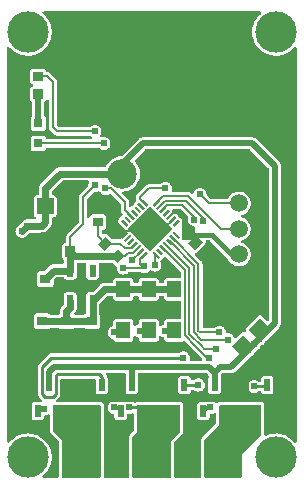
<source format=gtl>
G04 Layer: TopLayer*
G04 EasyEDA v6.4.24, 2021-09-13T20:31:56+08:00*
G04 7c28fe87c5d546dabd79321d24f41f1d,34bb6763e28e4bbdb854ef51fa08daf4,10*
G04 Gerber Generator version 0.2*
G04 Scale: 100 percent, Rotated: No, Reflected: No *
G04 Dimensions in millimeters *
G04 leading zeros omitted , absolute positions ,4 integer and 5 decimal *
%FSLAX45Y45*%
%MOMM*%

%ADD10C,0.2540*%
%ADD11C,0.2000*%
%ADD12C,0.6000*%
%ADD13C,0.5000*%
%ADD14C,0.4000*%
%ADD15C,0.6096*%
%ADD16C,1.5000*%
%ADD17R,0.8000X0.8000*%
%ADD18R,0.8640X0.8065*%
%ADD20R,0.9000X0.8000*%
%ADD22R,1.2000X1.4000*%
%ADD24R,0.5320X1.0375*%
%ADD26R,0.6000X1.0000*%
%ADD30C,2.5000*%
%ADD31C,1.8000*%
%ADD32C,3.5000*%

%LPD*%
G36*
X1014374Y-1958848D02*
G01*
X1010513Y-1958086D01*
X1007211Y-1955901D01*
X1005027Y-1952599D01*
X1004214Y-1947418D01*
X1005230Y-1943049D01*
X1007059Y-1939289D01*
X1008075Y-1934819D01*
X1008075Y-1930247D01*
X1007059Y-1925777D01*
X1004468Y-1919884D01*
X1004214Y-1917598D01*
X1004214Y-1816201D01*
X1005230Y-1811782D01*
X1007059Y-1808022D01*
X1008075Y-1803552D01*
X1008075Y-1798980D01*
X1007059Y-1794510D01*
X1005078Y-1790395D01*
X1001877Y-1786382D01*
X986840Y-1771345D01*
X979169Y-1765757D01*
X976782Y-1762150D01*
X973582Y-1758086D01*
X958545Y-1743049D01*
X954532Y-1739849D01*
X950366Y-1737868D01*
X945946Y-1736852D01*
X941374Y-1736852D01*
X936904Y-1737868D01*
X934719Y-1738934D01*
X930656Y-1739900D01*
X926592Y-1739239D01*
X923137Y-1736953D01*
X920851Y-1733499D01*
X920140Y-1729384D01*
X921156Y-1725371D01*
X922172Y-1723186D01*
X923239Y-1718716D01*
X923239Y-1714144D01*
X922528Y-1711198D01*
X922375Y-1707591D01*
X923493Y-1704136D01*
X925779Y-1701292D01*
X928878Y-1699412D01*
X932434Y-1698752D01*
X991006Y-1698752D01*
X994918Y-1699564D01*
X998219Y-1701749D01*
X1056030Y-1759559D01*
X1058214Y-1762760D01*
X1059027Y-1766519D01*
X1058367Y-1770329D01*
X1055776Y-1777136D01*
X1054150Y-1786128D01*
X1054150Y-1795272D01*
X1055776Y-1804263D01*
X1059027Y-1812798D01*
X1063701Y-1820621D01*
X1069695Y-1827530D01*
X1076858Y-1833219D01*
X1084884Y-1837537D01*
X1093571Y-1840382D01*
X1103630Y-1841703D01*
X1107084Y-1842820D01*
X1109929Y-1845056D01*
X1111758Y-1848205D01*
X1112418Y-1851761D01*
X1112418Y-1948688D01*
X1111656Y-1952599D01*
X1109421Y-1955901D01*
X1106170Y-1958086D01*
X1102258Y-1958848D01*
G37*

%LPD*%
G36*
X736600Y-2048814D02*
G01*
X732688Y-2048002D01*
X729437Y-2045817D01*
X720902Y-2037283D01*
X714146Y-2031847D01*
X712317Y-2029917D01*
X707644Y-2024024D01*
X692607Y-2008987D01*
X685901Y-2003552D01*
X684022Y-2001621D01*
X679348Y-1995728D01*
X664311Y-1980742D01*
X657606Y-1975256D01*
X655726Y-1973325D01*
X651052Y-1967484D01*
X636016Y-1952447D01*
X629310Y-1947011D01*
X627481Y-1945030D01*
X622808Y-1939188D01*
X607771Y-1924151D01*
X601014Y-1918716D01*
X599186Y-1916785D01*
X594512Y-1910892D01*
X579475Y-1895856D01*
X574497Y-1891893D01*
X569264Y-1889404D01*
X563626Y-1888083D01*
X557834Y-1888083D01*
X552907Y-1889201D01*
X550316Y-1889302D01*
X542036Y-1895856D01*
X495808Y-1942084D01*
X491845Y-1947062D01*
X490474Y-1949856D01*
X488035Y-1953056D01*
X484530Y-1955088D01*
X479704Y-1955546D01*
X419150Y-1955546D01*
X415290Y-1954733D01*
X411988Y-1952548D01*
X373888Y-1914448D01*
X368909Y-1910486D01*
X363728Y-1907997D01*
X358089Y-1906676D01*
X352298Y-1906676D01*
X346659Y-1907997D01*
X342595Y-1909927D01*
X338632Y-1910943D01*
X334619Y-1910283D01*
X331165Y-1908149D01*
X328828Y-1904796D01*
X328015Y-1900783D01*
X328015Y-1885848D01*
X328676Y-1882190D01*
X330606Y-1879092D01*
X333502Y-1876806D01*
X337007Y-1875739D01*
X342849Y-1875078D01*
X348335Y-1873199D01*
X353212Y-1870100D01*
X357327Y-1865985D01*
X360375Y-1861108D01*
X362305Y-1855622D01*
X363016Y-1849323D01*
X363016Y-1770481D01*
X362305Y-1764131D01*
X360375Y-1758696D01*
X357327Y-1753768D01*
X353212Y-1749704D01*
X348335Y-1746605D01*
X342849Y-1744675D01*
X336550Y-1743964D01*
X247650Y-1743964D01*
X241350Y-1744675D01*
X235864Y-1746605D01*
X230987Y-1749704D01*
X226872Y-1753768D01*
X223824Y-1758696D01*
X221894Y-1764131D01*
X221284Y-1769821D01*
X219862Y-1773936D01*
X216865Y-1777085D01*
X212801Y-1778711D01*
X208432Y-1778457D01*
X204571Y-1776425D01*
X201930Y-1772920D01*
X201015Y-1768703D01*
X201015Y-1619300D01*
X201777Y-1615389D01*
X203962Y-1612087D01*
X258216Y-1557832D01*
X261924Y-1555496D01*
X276504Y-1554073D01*
X286004Y-1551533D01*
X293776Y-1548028D01*
X297180Y-1547164D01*
X300634Y-1547469D01*
X303834Y-1548942D01*
X306273Y-1551432D01*
X312420Y-1560220D01*
X319379Y-1567180D01*
X327406Y-1572818D01*
X336346Y-1576933D01*
X345795Y-1579473D01*
X355600Y-1580337D01*
X365404Y-1579473D01*
X374853Y-1576933D01*
X383794Y-1572818D01*
X388924Y-1569212D01*
X392125Y-1567688D01*
X395630Y-1567383D01*
X399034Y-1568297D01*
X401929Y-1570329D01*
X481838Y-1650187D01*
X484022Y-1653489D01*
X484784Y-1657400D01*
X484784Y-1707032D01*
X485648Y-1715007D01*
X487934Y-1722170D01*
X491743Y-1728774D01*
X495604Y-1733245D01*
X499008Y-1736699D01*
X501243Y-1740001D01*
X502005Y-1743862D01*
X501243Y-1747774D01*
X499008Y-1751025D01*
X495808Y-1754276D01*
X490372Y-1760982D01*
X488442Y-1762861D01*
X482549Y-1767535D01*
X467512Y-1782572D01*
X463550Y-1787550D01*
X461060Y-1792732D01*
X459740Y-1798370D01*
X459740Y-1804162D01*
X461060Y-1809800D01*
X463550Y-1815033D01*
X467512Y-1820011D01*
X513740Y-1866239D01*
X518718Y-1870202D01*
X523900Y-1872691D01*
X529590Y-1873961D01*
X535330Y-1873961D01*
X540258Y-1872843D01*
X542899Y-1872742D01*
X551180Y-1866239D01*
X566216Y-1851202D01*
X571652Y-1844446D01*
X573582Y-1842617D01*
X579475Y-1837943D01*
X594512Y-1822907D01*
X599948Y-1816201D01*
X601878Y-1814322D01*
X607771Y-1809648D01*
X622808Y-1794611D01*
X628243Y-1787906D01*
X630174Y-1786026D01*
X636016Y-1781352D01*
X651052Y-1766316D01*
X656488Y-1759610D01*
X658469Y-1757781D01*
X664311Y-1753107D01*
X679348Y-1738071D01*
X684784Y-1731314D01*
X686714Y-1729486D01*
X692607Y-1724812D01*
X707644Y-1709775D01*
X713079Y-1703070D01*
X715010Y-1701190D01*
X720902Y-1696516D01*
X729437Y-1687982D01*
X732688Y-1685798D01*
X736600Y-1684985D01*
X740511Y-1685798D01*
X743762Y-1687982D01*
X752297Y-1696516D01*
X759053Y-1701952D01*
X760882Y-1703882D01*
X765556Y-1709775D01*
X780592Y-1724812D01*
X787298Y-1730248D01*
X789178Y-1732178D01*
X793851Y-1738071D01*
X808888Y-1753107D01*
X815594Y-1758543D01*
X817473Y-1760474D01*
X822147Y-1766316D01*
X824128Y-1768297D01*
X826312Y-1771599D01*
X827074Y-1775510D01*
X827074Y-1779270D01*
X828395Y-1784908D01*
X830884Y-1790090D01*
X834847Y-1795068D01*
X865276Y-1825498D01*
X870051Y-1829307D01*
X875284Y-1831848D01*
X880922Y-1833118D01*
X890625Y-1833321D01*
X894994Y-1834286D01*
X898499Y-1837029D01*
X903020Y-1846224D01*
X906983Y-1851202D01*
X915517Y-1859737D01*
X917702Y-1862988D01*
X918514Y-1866900D01*
X917702Y-1870811D01*
X915517Y-1874062D01*
X906983Y-1882597D01*
X901547Y-1889353D01*
X899617Y-1891182D01*
X893724Y-1895856D01*
X878687Y-1910892D01*
X873252Y-1917598D01*
X871321Y-1919478D01*
X865428Y-1924151D01*
X850442Y-1939188D01*
X844956Y-1945893D01*
X843026Y-1947773D01*
X837184Y-1952447D01*
X822147Y-1967484D01*
X816711Y-1974189D01*
X814730Y-1976018D01*
X808888Y-1980742D01*
X793851Y-1995728D01*
X788416Y-2002485D01*
X786485Y-2004314D01*
X780592Y-2008987D01*
X765556Y-2024024D01*
X760120Y-2030730D01*
X758190Y-2032609D01*
X752297Y-2037283D01*
X743762Y-2045817D01*
X740511Y-2048002D01*
G37*

%LPD*%
G36*
X1457807Y-2790037D02*
G01*
X1453997Y-2789377D01*
X1450695Y-2787294D01*
X1448460Y-2784195D01*
X1445818Y-2778506D01*
X1440180Y-2770479D01*
X1433220Y-2763520D01*
X1425194Y-2757881D01*
X1416253Y-2753766D01*
X1406804Y-2751226D01*
X1397000Y-2750362D01*
X1388059Y-2751124D01*
X1384096Y-2750718D01*
X1380642Y-2748788D01*
X1378153Y-2745689D01*
X1377035Y-2741879D01*
X1376273Y-2733395D01*
X1373733Y-2723946D01*
X1369618Y-2715006D01*
X1363980Y-2706979D01*
X1357020Y-2700020D01*
X1348994Y-2694381D01*
X1340053Y-2690266D01*
X1330604Y-2687726D01*
X1320800Y-2686862D01*
X1310995Y-2687726D01*
X1301546Y-2690266D01*
X1292606Y-2694381D01*
X1284579Y-2700020D01*
X1280312Y-2704338D01*
X1277010Y-2706522D01*
X1273098Y-2707284D01*
X1189075Y-2707284D01*
X1185164Y-2706522D01*
X1181862Y-2704338D01*
X1179677Y-2701036D01*
X1178915Y-2697124D01*
X1178915Y-2160778D01*
X1178052Y-2152802D01*
X1175766Y-2145690D01*
X1171956Y-2139086D01*
X1168146Y-2134616D01*
X1117904Y-2084324D01*
X1115568Y-2080717D01*
X1114958Y-2076450D01*
X1116177Y-2072335D01*
X1118920Y-2069084D01*
X1123899Y-2067001D01*
X1129131Y-2064512D01*
X1134110Y-2060549D01*
X1196949Y-1997710D01*
X1200912Y-1992731D01*
X1203401Y-1987499D01*
X1204671Y-1981860D01*
X1204518Y-1972411D01*
X1205636Y-1968957D01*
X1207922Y-1966112D01*
X1211021Y-1964232D01*
X1214577Y-1963623D01*
X1234084Y-1963623D01*
X1237945Y-1964385D01*
X1241247Y-1966569D01*
X1389227Y-2114550D01*
X1391412Y-2117750D01*
X1395882Y-2128316D01*
X1402740Y-2139899D01*
X1411071Y-2150465D01*
X1420774Y-2159863D01*
X1431594Y-2167839D01*
X1443431Y-2174290D01*
X1456029Y-2179167D01*
X1469136Y-2182266D01*
X1482547Y-2183638D01*
X1496009Y-2183180D01*
X1509268Y-2180945D01*
X1522171Y-2176932D01*
X1534363Y-2171293D01*
X1545742Y-2164029D01*
X1556054Y-2155342D01*
X1565097Y-2145334D01*
X1572717Y-2134209D01*
X1578762Y-2122170D01*
X1583182Y-2109470D01*
X1585874Y-2096262D01*
X1586788Y-2082800D01*
X1585874Y-2069338D01*
X1583182Y-2056130D01*
X1578762Y-2043430D01*
X1572717Y-2031390D01*
X1565097Y-2020265D01*
X1556054Y-2010257D01*
X1545742Y-2001570D01*
X1534363Y-1994306D01*
X1522171Y-1988667D01*
X1508912Y-1984552D01*
X1505204Y-1982470D01*
X1502664Y-1979015D01*
X1501800Y-1974850D01*
X1502664Y-1970684D01*
X1505204Y-1967230D01*
X1508912Y-1965147D01*
X1522171Y-1961032D01*
X1534363Y-1955393D01*
X1545742Y-1948129D01*
X1556054Y-1939442D01*
X1565097Y-1929434D01*
X1572717Y-1918309D01*
X1578762Y-1906270D01*
X1583182Y-1893570D01*
X1585874Y-1880362D01*
X1586788Y-1866900D01*
X1585874Y-1853438D01*
X1583182Y-1840230D01*
X1578762Y-1827530D01*
X1572717Y-1815490D01*
X1565097Y-1804365D01*
X1556054Y-1794357D01*
X1545742Y-1785670D01*
X1534363Y-1778406D01*
X1522171Y-1772767D01*
X1508912Y-1768652D01*
X1505204Y-1766570D01*
X1502664Y-1763115D01*
X1501800Y-1758950D01*
X1502664Y-1754784D01*
X1505204Y-1751330D01*
X1508912Y-1749247D01*
X1522171Y-1745132D01*
X1534363Y-1739493D01*
X1545742Y-1732229D01*
X1556054Y-1723542D01*
X1565097Y-1713534D01*
X1572717Y-1702409D01*
X1578762Y-1690370D01*
X1583182Y-1677670D01*
X1585874Y-1664462D01*
X1586788Y-1651000D01*
X1585874Y-1637538D01*
X1583182Y-1624330D01*
X1578762Y-1611630D01*
X1572717Y-1599590D01*
X1565097Y-1588465D01*
X1556054Y-1578457D01*
X1545742Y-1569770D01*
X1534363Y-1562506D01*
X1522171Y-1556867D01*
X1509268Y-1552854D01*
X1496009Y-1550619D01*
X1482547Y-1550162D01*
X1469136Y-1551533D01*
X1456029Y-1554632D01*
X1443431Y-1559509D01*
X1431594Y-1565960D01*
X1420774Y-1573936D01*
X1411071Y-1583334D01*
X1402740Y-1593900D01*
X1395882Y-1605483D01*
X1394409Y-1608886D01*
X1392224Y-1612138D01*
X1388922Y-1614322D01*
X1385062Y-1615084D01*
X1251000Y-1615084D01*
X1247089Y-1614322D01*
X1243787Y-1612138D01*
X1214932Y-1583283D01*
X1212596Y-1579575D01*
X1211173Y-1564995D01*
X1208633Y-1555546D01*
X1204518Y-1546606D01*
X1198880Y-1538579D01*
X1191920Y-1531620D01*
X1183894Y-1525981D01*
X1174953Y-1521866D01*
X1165504Y-1519326D01*
X1155700Y-1518462D01*
X1145895Y-1519326D01*
X1136446Y-1521866D01*
X1127506Y-1525981D01*
X1119479Y-1531620D01*
X1112520Y-1538579D01*
X1106881Y-1546606D01*
X1102766Y-1555546D01*
X1100988Y-1562049D01*
X1099058Y-1565808D01*
X1095806Y-1568500D01*
X1091692Y-1569567D01*
X1087526Y-1568907D01*
X1084021Y-1566621D01*
X1079855Y-1562506D01*
X1073607Y-1557426D01*
X1066952Y-1554022D01*
X1059586Y-1552041D01*
X1053693Y-1551584D01*
X927557Y-1551584D01*
X923899Y-1550924D01*
X920750Y-1548993D01*
X918514Y-1546047D01*
X917448Y-1542491D01*
X917752Y-1538782D01*
X919073Y-1533804D01*
X919937Y-1524000D01*
X919073Y-1514195D01*
X916533Y-1504746D01*
X912418Y-1495806D01*
X906780Y-1487779D01*
X899820Y-1480820D01*
X891794Y-1475181D01*
X882853Y-1471066D01*
X873404Y-1468526D01*
X863600Y-1467662D01*
X853795Y-1468526D01*
X844346Y-1471066D01*
X835406Y-1475181D01*
X827379Y-1480820D01*
X823112Y-1485138D01*
X819810Y-1487322D01*
X815898Y-1488084D01*
X724408Y-1488084D01*
X716432Y-1488948D01*
X709320Y-1491234D01*
X702716Y-1495044D01*
X698246Y-1498904D01*
X622706Y-1574444D01*
X617626Y-1580692D01*
X614222Y-1587347D01*
X612241Y-1594713D01*
X611784Y-1600606D01*
X611784Y-1612392D01*
X612648Y-1620367D01*
X614883Y-1627327D01*
X615391Y-1630984D01*
X614527Y-1634591D01*
X612444Y-1637639D01*
X608939Y-1641144D01*
X603504Y-1647850D01*
X601573Y-1649730D01*
X595680Y-1654403D01*
X580644Y-1669440D01*
X575106Y-1676247D01*
X573836Y-1677466D01*
X570534Y-1679600D01*
X566674Y-1680362D01*
X562813Y-1679549D01*
X559562Y-1677365D01*
X557377Y-1674063D01*
X556615Y-1670202D01*
X556615Y-1638807D01*
X555752Y-1630832D01*
X553466Y-1623720D01*
X549656Y-1617116D01*
X545795Y-1612646D01*
X500989Y-1567789D01*
X498805Y-1564589D01*
X497992Y-1560779D01*
X498652Y-1556969D01*
X500735Y-1553718D01*
X503834Y-1551432D01*
X507593Y-1550466D01*
X516890Y-1549958D01*
X533603Y-1547114D01*
X549859Y-1542440D01*
X565505Y-1535938D01*
X580288Y-1527759D01*
X594106Y-1517954D01*
X606704Y-1506677D01*
X617982Y-1494078D01*
X627786Y-1480261D01*
X635965Y-1465478D01*
X642416Y-1449832D01*
X647141Y-1433576D01*
X649935Y-1416913D01*
X650900Y-1399997D01*
X649935Y-1383080D01*
X647141Y-1366418D01*
X642416Y-1350162D01*
X635965Y-1334516D01*
X627786Y-1319733D01*
X617982Y-1305915D01*
X607466Y-1294180D01*
X605536Y-1290878D01*
X604926Y-1287119D01*
X605739Y-1283360D01*
X607872Y-1280210D01*
X691235Y-1196898D01*
X694486Y-1194663D01*
X698398Y-1193901D01*
X1574901Y-1193901D01*
X1578813Y-1194663D01*
X1582064Y-1196898D01*
X1736801Y-1351635D01*
X1739036Y-1354886D01*
X1739798Y-1358798D01*
X1739798Y-2637282D01*
X1739036Y-2641142D01*
X1736801Y-2644444D01*
X1733499Y-2646629D01*
X1729638Y-2647442D01*
X1725726Y-2646629D01*
X1722424Y-2644444D01*
X1683664Y-2605684D01*
X1678686Y-2601722D01*
X1673504Y-2599182D01*
X1667865Y-2597912D01*
X1662074Y-2597912D01*
X1656435Y-2599182D01*
X1651203Y-2601722D01*
X1646224Y-2605684D01*
X1551584Y-2700324D01*
X1547622Y-2705303D01*
X1545082Y-2710535D01*
X1543812Y-2716174D01*
X1543812Y-2721965D01*
X1544828Y-2726486D01*
X1544929Y-2730550D01*
X1543405Y-2734310D01*
X1540510Y-2737205D01*
X1536750Y-2738729D01*
X1532686Y-2738628D01*
X1528165Y-2737612D01*
X1522374Y-2737612D01*
X1516735Y-2738882D01*
X1511503Y-2741422D01*
X1506524Y-2745384D01*
X1464818Y-2787091D01*
X1461617Y-2789224D01*
G37*

%LPD*%
G36*
X1203960Y-3974084D02*
G01*
X1200048Y-3973322D01*
X1196797Y-3971137D01*
X1194562Y-3967835D01*
X1193800Y-3963924D01*
X1193800Y-3655466D01*
X1194562Y-3651554D01*
X1196797Y-3648252D01*
X1320088Y-3524961D01*
X1320800Y-3523234D01*
X1320800Y-3369310D01*
X1321562Y-3365398D01*
X1323797Y-3362147D01*
X1327048Y-3359912D01*
X1330960Y-3359150D01*
X1666239Y-3359150D01*
X1670151Y-3359912D01*
X1673402Y-3362147D01*
X1675638Y-3365398D01*
X1676400Y-3369310D01*
X1676400Y-3608933D01*
X1675638Y-3612845D01*
X1673402Y-3616147D01*
X1512011Y-3777538D01*
X1511300Y-3779265D01*
X1511300Y-3963924D01*
X1510538Y-3967835D01*
X1508302Y-3971137D01*
X1505051Y-3973322D01*
X1501140Y-3974084D01*
G37*

%LPD*%
G36*
X594360Y-3974084D02*
G01*
X590448Y-3973322D01*
X587197Y-3971137D01*
X584962Y-3967835D01*
X584200Y-3963924D01*
X584200Y-3630066D01*
X584962Y-3626154D01*
X587197Y-3622852D01*
X621588Y-3588461D01*
X622300Y-3586734D01*
X622300Y-3369310D01*
X623062Y-3365398D01*
X625297Y-3362147D01*
X628548Y-3359912D01*
X632460Y-3359150D01*
X980440Y-3359150D01*
X984351Y-3359912D01*
X987602Y-3362147D01*
X989837Y-3365398D01*
X990600Y-3369310D01*
X990600Y-3583533D01*
X989837Y-3587445D01*
X987602Y-3590747D01*
X915111Y-3663238D01*
X914400Y-3664965D01*
X914400Y-3963924D01*
X913637Y-3967835D01*
X911402Y-3971137D01*
X908151Y-3973322D01*
X904240Y-3974084D01*
G37*

%LPD*%
G36*
X-2540Y-3974084D02*
G01*
X-6451Y-3973322D01*
X-9702Y-3971137D01*
X-11938Y-3967835D01*
X-12700Y-3963924D01*
X-12700Y-3652265D01*
X-13411Y-3650538D01*
X-85902Y-3578047D01*
X-88138Y-3574745D01*
X-88900Y-3570833D01*
X-88900Y-3369310D01*
X-88138Y-3365398D01*
X-85902Y-3362147D01*
X-82651Y-3359912D01*
X-78740Y-3359150D01*
X307340Y-3359150D01*
X311251Y-3359912D01*
X314502Y-3362147D01*
X316738Y-3365398D01*
X317500Y-3369310D01*
X317500Y-3963924D01*
X316738Y-3967835D01*
X314502Y-3971137D01*
X311251Y-3973322D01*
X307340Y-3974084D01*
G37*

%LPD*%
G36*
X-167284Y-3974084D02*
G01*
X-171399Y-3973220D01*
X-174802Y-3970782D01*
X-176936Y-3967175D01*
X-177444Y-3963009D01*
X-176225Y-3959047D01*
X-173482Y-3955846D01*
X-170434Y-3953560D01*
X-156260Y-3940352D01*
X-143357Y-3925773D01*
X-131978Y-3910076D01*
X-122123Y-3893362D01*
X-113944Y-3875735D01*
X-107492Y-3857447D01*
X-102870Y-3838600D01*
X-100025Y-3819398D01*
X-99110Y-3799992D01*
X-100025Y-3780586D01*
X-102870Y-3761384D01*
X-107492Y-3742537D01*
X-113944Y-3724249D01*
X-122123Y-3706622D01*
X-131978Y-3689908D01*
X-143357Y-3674211D01*
X-156260Y-3659682D01*
X-170434Y-3646474D01*
X-185877Y-3634689D01*
X-202387Y-3624427D01*
X-219760Y-3615842D01*
X-237896Y-3608933D01*
X-256641Y-3603853D01*
X-275793Y-3600551D01*
X-295148Y-3599179D01*
X-314553Y-3599637D01*
X-333806Y-3601974D01*
X-352755Y-3606139D01*
X-371246Y-3612134D01*
X-389026Y-3619906D01*
X-405993Y-3629355D01*
X-421995Y-3640378D01*
X-436829Y-3652875D01*
X-450392Y-3666794D01*
X-456031Y-3673805D01*
X-459232Y-3676446D01*
X-463194Y-3677564D01*
X-467309Y-3677005D01*
X-470865Y-3674872D01*
X-473252Y-3671519D01*
X-474065Y-3667455D01*
X-474065Y-332536D01*
X-473252Y-328523D01*
X-470865Y-325120D01*
X-467309Y-322986D01*
X-463194Y-322427D01*
X-459232Y-323545D01*
X-456031Y-326186D01*
X-450392Y-333197D01*
X-436829Y-347116D01*
X-421995Y-359613D01*
X-405993Y-370636D01*
X-389026Y-380085D01*
X-371246Y-387858D01*
X-352755Y-393852D01*
X-333806Y-398018D01*
X-314553Y-400354D01*
X-295148Y-400812D01*
X-275793Y-399440D01*
X-256641Y-396138D01*
X-237896Y-391058D01*
X-219760Y-384200D01*
X-202387Y-375564D01*
X-185877Y-365353D01*
X-170434Y-353568D01*
X-156260Y-340309D01*
X-143357Y-325780D01*
X-131978Y-310083D01*
X-122123Y-293370D01*
X-113944Y-275742D01*
X-107492Y-257454D01*
X-102870Y-238607D01*
X-100025Y-219405D01*
X-99110Y-199999D01*
X-100025Y-180594D01*
X-102870Y-161391D01*
X-107492Y-142544D01*
X-113944Y-124256D01*
X-122123Y-106629D01*
X-131978Y-89916D01*
X-143357Y-74218D01*
X-156260Y-59690D01*
X-170434Y-46431D01*
X-173482Y-44145D01*
X-176225Y-40944D01*
X-177444Y-36982D01*
X-176936Y-32816D01*
X-174802Y-29209D01*
X-171399Y-26771D01*
X-167284Y-25908D01*
X1667357Y-25908D01*
X1671370Y-26720D01*
X1674774Y-29108D01*
X1676907Y-32562D01*
X1677517Y-36626D01*
X1676450Y-40589D01*
X1673910Y-43840D01*
X1663192Y-52882D01*
X1649628Y-66802D01*
X1637487Y-81940D01*
X1626819Y-98145D01*
X1617827Y-115366D01*
X1610512Y-133299D01*
X1604924Y-151942D01*
X1601216Y-170992D01*
X1599336Y-190296D01*
X1599336Y-209702D01*
X1601216Y-229006D01*
X1604924Y-248056D01*
X1610512Y-266700D01*
X1617827Y-284632D01*
X1626819Y-301853D01*
X1637487Y-318058D01*
X1649628Y-333197D01*
X1663192Y-347116D01*
X1678025Y-359613D01*
X1693976Y-370636D01*
X1710943Y-380085D01*
X1728774Y-387858D01*
X1747215Y-393852D01*
X1766163Y-398018D01*
X1785467Y-400354D01*
X1804873Y-400812D01*
X1824228Y-399440D01*
X1843328Y-396138D01*
X1862074Y-391058D01*
X1880209Y-384200D01*
X1897634Y-375564D01*
X1914143Y-365353D01*
X1929536Y-353568D01*
X1943760Y-340309D01*
X1956307Y-326136D01*
X1959559Y-323697D01*
X1963521Y-322732D01*
X1967534Y-323392D01*
X1970989Y-325526D01*
X1973275Y-328879D01*
X1974088Y-332892D01*
X1974088Y-3667099D01*
X1973275Y-3671112D01*
X1970989Y-3674465D01*
X1967534Y-3676599D01*
X1963521Y-3677259D01*
X1959559Y-3676294D01*
X1956307Y-3673856D01*
X1943760Y-3659682D01*
X1929536Y-3646474D01*
X1914143Y-3634689D01*
X1897634Y-3624427D01*
X1880209Y-3615842D01*
X1862074Y-3608933D01*
X1843328Y-3603853D01*
X1824228Y-3600551D01*
X1804873Y-3599179D01*
X1785467Y-3599637D01*
X1766163Y-3601974D01*
X1747215Y-3606139D01*
X1728774Y-3612134D01*
X1716532Y-3617468D01*
X1712620Y-3618331D01*
X1708657Y-3617620D01*
X1705356Y-3615385D01*
X1703120Y-3612083D01*
X1702307Y-3608171D01*
X1702307Y-3359708D01*
X1701596Y-3353409D01*
X1699666Y-3347923D01*
X1696618Y-3343046D01*
X1692503Y-3338931D01*
X1687626Y-3335883D01*
X1682140Y-3333953D01*
X1675841Y-3333242D01*
X1663446Y-3333191D01*
X1656029Y-3332327D01*
X1603959Y-3332327D01*
X1595424Y-3333242D01*
X1409598Y-3333242D01*
X1401013Y-3332327D01*
X1348994Y-3332327D01*
X1340408Y-3333242D01*
X1321358Y-3333242D01*
X1315059Y-3333953D01*
X1309573Y-3335883D01*
X1304696Y-3338931D01*
X1301902Y-3341725D01*
X1298600Y-3343960D01*
X1294688Y-3344722D01*
X1290828Y-3343960D01*
X1287526Y-3341725D01*
X1280820Y-3335020D01*
X1272794Y-3329381D01*
X1263853Y-3325266D01*
X1254404Y-3322726D01*
X1244600Y-3321862D01*
X1234795Y-3322726D01*
X1225346Y-3325266D01*
X1216406Y-3329381D01*
X1212088Y-3331870D01*
X1209040Y-3332327D01*
X1158951Y-3332327D01*
X1152652Y-3333038D01*
X1147165Y-3334969D01*
X1142288Y-3338068D01*
X1138174Y-3342132D01*
X1135126Y-3347059D01*
X1133195Y-3352495D01*
X1132484Y-3358845D01*
X1132484Y-3461410D01*
X1133195Y-3467760D01*
X1135126Y-3473196D01*
X1138174Y-3478123D01*
X1142288Y-3482187D01*
X1147165Y-3485286D01*
X1152652Y-3487216D01*
X1158951Y-3487928D01*
X1211021Y-3487928D01*
X1217371Y-3487216D01*
X1222806Y-3485286D01*
X1227734Y-3482187D01*
X1231798Y-3478123D01*
X1234897Y-3473196D01*
X1236776Y-3467760D01*
X1237488Y-3461410D01*
X1237488Y-3444494D01*
X1238199Y-3440785D01*
X1240180Y-3437636D01*
X1243177Y-3435350D01*
X1246784Y-3434334D01*
X1254404Y-3433673D01*
X1263853Y-3431133D01*
X1272794Y-3427018D01*
X1278890Y-3422700D01*
X1282954Y-3421024D01*
X1287373Y-3421227D01*
X1291285Y-3423259D01*
X1293926Y-3426714D01*
X1294892Y-3431032D01*
X1294892Y-3509314D01*
X1294130Y-3513175D01*
X1291894Y-3516477D01*
X1175664Y-3632708D01*
X1171854Y-3637483D01*
X1169365Y-3642715D01*
X1168095Y-3648354D01*
X1167892Y-3651554D01*
X1167892Y-3963924D01*
X1167130Y-3967835D01*
X1164894Y-3971137D01*
X1161643Y-3973322D01*
X1157732Y-3974084D01*
X950468Y-3974084D01*
X946556Y-3973322D01*
X943305Y-3971137D01*
X941069Y-3967835D01*
X940308Y-3963924D01*
X940308Y-3678885D01*
X941069Y-3675024D01*
X943305Y-3671722D01*
X1008735Y-3606292D01*
X1012545Y-3601516D01*
X1015034Y-3596284D01*
X1016304Y-3590645D01*
X1016508Y-3587445D01*
X1016508Y-3359708D01*
X1015796Y-3353409D01*
X1013866Y-3347923D01*
X1010818Y-3343046D01*
X1006703Y-3338931D01*
X1001826Y-3335883D01*
X996340Y-3333953D01*
X990041Y-3333242D01*
X964590Y-3333242D01*
X956005Y-3332327D01*
X903986Y-3332327D01*
X895400Y-3333242D01*
X709574Y-3333242D01*
X701040Y-3332327D01*
X648970Y-3332327D01*
X640435Y-3333242D01*
X622858Y-3333242D01*
X616559Y-3333953D01*
X611073Y-3335883D01*
X608584Y-3337458D01*
X605434Y-3338728D01*
X602030Y-3338931D01*
X598779Y-3337966D01*
X595020Y-3335020D01*
X586994Y-3329381D01*
X578053Y-3325266D01*
X568604Y-3322726D01*
X558800Y-3321862D01*
X548995Y-3322726D01*
X539546Y-3325266D01*
X530606Y-3329381D01*
X526999Y-3331972D01*
X524103Y-3333343D01*
X520954Y-3333800D01*
X517347Y-3333038D01*
X511048Y-3332327D01*
X467359Y-3332327D01*
X464312Y-3331870D01*
X459993Y-3329381D01*
X451053Y-3325266D01*
X441604Y-3322726D01*
X431800Y-3321862D01*
X421995Y-3322726D01*
X412546Y-3325266D01*
X403606Y-3329381D01*
X395579Y-3335020D01*
X388620Y-3341979D01*
X382981Y-3350006D01*
X378866Y-3358946D01*
X376326Y-3368395D01*
X375462Y-3378200D01*
X376326Y-3388004D01*
X378866Y-3397453D01*
X382981Y-3406394D01*
X388620Y-3414420D01*
X395579Y-3421379D01*
X403606Y-3427018D01*
X412546Y-3431133D01*
X426821Y-3434791D01*
X429818Y-3437077D01*
X431800Y-3440226D01*
X432511Y-3443935D01*
X432511Y-3461410D01*
X433222Y-3467760D01*
X435101Y-3473196D01*
X438200Y-3478123D01*
X442264Y-3482187D01*
X447192Y-3485286D01*
X452628Y-3487216D01*
X458978Y-3487928D01*
X511048Y-3487928D01*
X517347Y-3487216D01*
X522833Y-3485286D01*
X527710Y-3482187D01*
X531825Y-3478123D01*
X534873Y-3473196D01*
X536803Y-3467760D01*
X537514Y-3461410D01*
X537514Y-3443782D01*
X538378Y-3439668D01*
X540816Y-3436264D01*
X544423Y-3434130D01*
X548538Y-3433673D01*
X558800Y-3434537D01*
X568604Y-3433673D01*
X578053Y-3431133D01*
X581914Y-3429355D01*
X585876Y-3428390D01*
X589889Y-3429050D01*
X593293Y-3431235D01*
X595579Y-3434587D01*
X596392Y-3438550D01*
X596392Y-3572814D01*
X595630Y-3576675D01*
X593394Y-3579977D01*
X566064Y-3607308D01*
X562254Y-3612083D01*
X559765Y-3617315D01*
X558495Y-3622954D01*
X558292Y-3626154D01*
X558292Y-3963924D01*
X557530Y-3967835D01*
X555294Y-3971137D01*
X552043Y-3973322D01*
X548132Y-3974084D01*
X353568Y-3974084D01*
X349656Y-3973322D01*
X346405Y-3971137D01*
X344170Y-3967835D01*
X343408Y-3963924D01*
X343408Y-3415944D01*
X344373Y-3411677D01*
X345033Y-3410153D01*
X347573Y-3400704D01*
X348437Y-3390900D01*
X347573Y-3381095D01*
X345033Y-3371646D01*
X344373Y-3370122D01*
X343408Y-3365855D01*
X343408Y-3359708D01*
X342696Y-3353409D01*
X340766Y-3347923D01*
X337718Y-3343046D01*
X333603Y-3338931D01*
X328726Y-3335883D01*
X323240Y-3333953D01*
X316941Y-3333242D01*
X264566Y-3333242D01*
X256032Y-3332327D01*
X203962Y-3332327D01*
X195427Y-3333242D01*
X9601Y-3333242D01*
X1016Y-3332327D01*
X-51003Y-3332327D01*
X-55981Y-3332022D01*
X-59588Y-3330041D01*
X-62128Y-3326739D01*
X-63144Y-3322726D01*
X-62433Y-3318611D01*
X-60147Y-3315157D01*
X-36576Y-3291535D01*
X-31445Y-3285337D01*
X-27889Y-3278632D01*
X-25704Y-3271418D01*
X-24892Y-3263392D01*
X-24892Y-3147568D01*
X-24130Y-3143656D01*
X-21894Y-3140405D01*
X-18643Y-3138170D01*
X-14732Y-3137408D01*
X262331Y-3137408D01*
X266242Y-3138170D01*
X269494Y-3140405D01*
X271729Y-3143656D01*
X272491Y-3147568D01*
X272491Y-3241192D01*
X273202Y-3247491D01*
X275132Y-3252978D01*
X278180Y-3257854D01*
X282295Y-3261969D01*
X287172Y-3265017D01*
X292658Y-3266948D01*
X298958Y-3267659D01*
X351028Y-3267659D01*
X357327Y-3266948D01*
X362813Y-3265017D01*
X367690Y-3261969D01*
X371805Y-3257854D01*
X374904Y-3252978D01*
X376783Y-3247491D01*
X377494Y-3241192D01*
X377494Y-3138576D01*
X376783Y-3132226D01*
X374904Y-3126790D01*
X371805Y-3121914D01*
X368909Y-3118561D01*
X367893Y-3116275D01*
X365810Y-3109468D01*
X360476Y-3099460D01*
X360019Y-3095650D01*
X360984Y-3091992D01*
X363220Y-3088944D01*
X366420Y-3086912D01*
X370128Y-3086201D01*
X518922Y-3086201D01*
X522833Y-3086963D01*
X526135Y-3089198D01*
X528320Y-3092500D01*
X529082Y-3096361D01*
X529082Y-3128010D01*
X528218Y-3132226D01*
X527507Y-3138576D01*
X527507Y-3241192D01*
X528218Y-3247491D01*
X530098Y-3252978D01*
X533196Y-3257854D01*
X537260Y-3261969D01*
X542188Y-3265017D01*
X547624Y-3266948D01*
X553974Y-3267659D01*
X606044Y-3267659D01*
X612343Y-3266948D01*
X617829Y-3265017D01*
X622706Y-3261969D01*
X626821Y-3257854D01*
X629869Y-3252978D01*
X631799Y-3247491D01*
X632510Y-3241192D01*
X632510Y-3138576D01*
X631799Y-3132226D01*
X630885Y-3128010D01*
X630885Y-3096361D01*
X631698Y-3092500D01*
X633882Y-3089198D01*
X637184Y-3086963D01*
X641045Y-3086201D01*
X1206601Y-3086201D01*
X1210513Y-3086963D01*
X1213764Y-3089198D01*
X1226108Y-3101492D01*
X1228344Y-3104794D01*
X1229106Y-3108706D01*
X1229106Y-3128010D01*
X1228191Y-3132226D01*
X1227480Y-3138576D01*
X1227480Y-3241192D01*
X1228191Y-3247491D01*
X1230122Y-3252978D01*
X1233170Y-3257854D01*
X1237284Y-3261969D01*
X1242161Y-3265017D01*
X1247648Y-3266948D01*
X1253947Y-3267659D01*
X1306017Y-3267659D01*
X1312367Y-3266948D01*
X1317802Y-3265017D01*
X1322730Y-3261969D01*
X1326794Y-3257854D01*
X1329893Y-3252978D01*
X1331772Y-3247491D01*
X1332484Y-3241192D01*
X1332484Y-3138576D01*
X1331772Y-3132226D01*
X1330909Y-3128010D01*
X1330909Y-3108706D01*
X1331671Y-3104794D01*
X1333906Y-3101492D01*
X1346200Y-3089198D01*
X1349502Y-3086963D01*
X1353413Y-3086201D01*
X1422196Y-3086201D01*
X1426819Y-3085998D01*
X1431239Y-3085439D01*
X1435557Y-3084474D01*
X1439824Y-3083153D01*
X1443888Y-3081426D01*
X1447850Y-3079394D01*
X1451610Y-3077006D01*
X1455115Y-3074314D01*
X1458569Y-3071164D01*
X1584655Y-2945028D01*
X1587550Y-2942996D01*
X1595323Y-2939389D01*
X1603349Y-2933750D01*
X1610309Y-2926842D01*
X1615948Y-2918764D01*
X1619554Y-2910992D01*
X1621586Y-2908147D01*
X1630476Y-2899206D01*
X1633372Y-2897174D01*
X1641093Y-2893618D01*
X1649120Y-2887980D01*
X1656080Y-2881020D01*
X1661718Y-2872994D01*
X1665274Y-2865272D01*
X1667306Y-2862376D01*
X1676095Y-2853588D01*
X1678990Y-2851556D01*
X1686763Y-2847949D01*
X1694789Y-2842310D01*
X1701749Y-2835402D01*
X1707388Y-2827324D01*
X1710994Y-2819552D01*
X1713026Y-2816707D01*
X1826564Y-2703169D01*
X1829714Y-2699715D01*
X1832406Y-2696210D01*
X1834794Y-2692450D01*
X1836826Y-2688488D01*
X1838553Y-2684424D01*
X1839874Y-2680157D01*
X1840839Y-2675839D01*
X1841398Y-2671419D01*
X1841601Y-2666796D01*
X1841601Y-1333703D01*
X1841398Y-1329080D01*
X1840839Y-1324660D01*
X1839874Y-1320342D01*
X1838553Y-1316075D01*
X1836826Y-1312011D01*
X1834794Y-1308049D01*
X1832406Y-1304290D01*
X1829714Y-1300784D01*
X1826564Y-1297330D01*
X1636369Y-1107135D01*
X1632915Y-1103985D01*
X1629410Y-1101293D01*
X1625650Y-1098905D01*
X1621688Y-1096873D01*
X1617624Y-1095146D01*
X1613357Y-1093825D01*
X1609039Y-1092860D01*
X1604619Y-1092301D01*
X1599996Y-1092098D01*
X673303Y-1092098D01*
X668680Y-1092301D01*
X664260Y-1092860D01*
X659942Y-1093825D01*
X655675Y-1095146D01*
X651611Y-1096873D01*
X647649Y-1098905D01*
X643890Y-1101293D01*
X640384Y-1103985D01*
X636930Y-1107135D01*
X497433Y-1246682D01*
X494385Y-1248765D01*
X490829Y-1249629D01*
X483108Y-1250035D01*
X466445Y-1252880D01*
X450189Y-1257554D01*
X434543Y-1264056D01*
X419760Y-1272235D01*
X405942Y-1282039D01*
X393293Y-1293317D01*
X382066Y-1305915D01*
X372262Y-1319733D01*
X364083Y-1334516D01*
X362661Y-1337868D01*
X360476Y-1341170D01*
X357174Y-1343355D01*
X353314Y-1344117D01*
X-28244Y-1344117D01*
X-33324Y-1344371D01*
X-38150Y-1344980D01*
X-42926Y-1346047D01*
X-47548Y-1347520D01*
X-52069Y-1349400D01*
X-56388Y-1351635D01*
X-60502Y-1354277D01*
X-64363Y-1357223D01*
X-68122Y-1360678D01*
X-191770Y-1484325D01*
X-194868Y-1487678D01*
X-198221Y-1491996D01*
X-200558Y-1495602D01*
X-203098Y-1500428D01*
X-204774Y-1504391D01*
X-206400Y-1509572D01*
X-207365Y-1513789D01*
X-208076Y-1519174D01*
X-208330Y-1523746D01*
X-208737Y-1572920D01*
X-209499Y-1576781D01*
X-211734Y-1580032D01*
X-214985Y-1582216D01*
X-218897Y-1582978D01*
X-223723Y-1582978D01*
X-230073Y-1583690D01*
X-235508Y-1585620D01*
X-240436Y-1588719D01*
X-244500Y-1592783D01*
X-247599Y-1597710D01*
X-249478Y-1603146D01*
X-250190Y-1609445D01*
X-250190Y-1743354D01*
X-249478Y-1749653D01*
X-247599Y-1755089D01*
X-244500Y-1760016D01*
X-240436Y-1764080D01*
X-236626Y-1766468D01*
X-233476Y-1769618D01*
X-231952Y-1773834D01*
X-232410Y-1778304D01*
X-234746Y-1782114D01*
X-238506Y-1784604D01*
X-248920Y-1785569D01*
X-299313Y-1785569D01*
X-304800Y-1785162D01*
X-314604Y-1786026D01*
X-324053Y-1788566D01*
X-332994Y-1792681D01*
X-341020Y-1798320D01*
X-349351Y-1806956D01*
X-383540Y-1841144D01*
X-385216Y-1842516D01*
X-392176Y-1849475D01*
X-397814Y-1857502D01*
X-401929Y-1866442D01*
X-404469Y-1875891D01*
X-405333Y-1885696D01*
X-404469Y-1895500D01*
X-401929Y-1904949D01*
X-397814Y-1913889D01*
X-392176Y-1921916D01*
X-385216Y-1928875D01*
X-377190Y-1934514D01*
X-368249Y-1938629D01*
X-358800Y-1941169D01*
X-348996Y-1942033D01*
X-339191Y-1941169D01*
X-329742Y-1938629D01*
X-320802Y-1934514D01*
X-312775Y-1928875D01*
X-304444Y-1920239D01*
X-284632Y-1900377D01*
X-281330Y-1898192D01*
X-277418Y-1897430D01*
X-248056Y-1897430D01*
X-243433Y-1897837D01*
X-237947Y-1897430D01*
X-188112Y-1897430D01*
X-182575Y-1897837D01*
X-172821Y-1896973D01*
X-163322Y-1894433D01*
X-154432Y-1890318D01*
X-146354Y-1884680D01*
X-138074Y-1876043D01*
X-114401Y-1852371D01*
X-110998Y-1848612D01*
X-108000Y-1844751D01*
X-105410Y-1840636D01*
X-103124Y-1836318D01*
X-101244Y-1831797D01*
X-99822Y-1827174D01*
X-98755Y-1822399D01*
X-98094Y-1817573D01*
X-97891Y-1812493D01*
X-97891Y-1779981D01*
X-97129Y-1776069D01*
X-94894Y-1772767D01*
X-91592Y-1770583D01*
X-87731Y-1769821D01*
X-83870Y-1769821D01*
X-77571Y-1769110D01*
X-72085Y-1767179D01*
X-67208Y-1764080D01*
X-63093Y-1760016D01*
X-59994Y-1755089D01*
X-58115Y-1749653D01*
X-57404Y-1743354D01*
X-57404Y-1609445D01*
X-58115Y-1603146D01*
X-59994Y-1597710D01*
X-63093Y-1592783D01*
X-67208Y-1588719D01*
X-72085Y-1585620D01*
X-77571Y-1583690D01*
X-83870Y-1582978D01*
X-86715Y-1582978D01*
X-90627Y-1582216D01*
X-93929Y-1579981D01*
X-96164Y-1576679D01*
X-96875Y-1572768D01*
X-96723Y-1551533D01*
X-95910Y-1547672D01*
X-93726Y-1544421D01*
X-8280Y-1458925D01*
X-4978Y-1456740D01*
X-1066Y-1455978D01*
X208686Y-1455978D01*
X212648Y-1456740D01*
X216001Y-1459077D01*
X218186Y-1462481D01*
X218846Y-1466494D01*
X217932Y-1470406D01*
X213766Y-1479346D01*
X211226Y-1488795D01*
X210362Y-1499006D01*
X209804Y-1503375D01*
X207467Y-1507083D01*
X140106Y-1574444D01*
X135026Y-1580692D01*
X131622Y-1587347D01*
X129641Y-1594713D01*
X129184Y-1600606D01*
X129184Y-1809699D01*
X128422Y-1813610D01*
X126237Y-1816912D01*
X32308Y-1910842D01*
X27228Y-1917090D01*
X23825Y-1923745D01*
X21844Y-1931111D01*
X21386Y-1937004D01*
X21386Y-1977034D01*
X20726Y-1980641D01*
X18796Y-1983790D01*
X15900Y-1986025D01*
X11531Y-1987194D01*
X6096Y-1989124D01*
X1168Y-1992172D01*
X-2895Y-1996287D01*
X-5994Y-2001164D01*
X-7924Y-2006650D01*
X-8636Y-2012950D01*
X-8636Y-2101850D01*
X-7924Y-2108149D01*
X-5994Y-2113635D01*
X-2895Y-2118512D01*
X-1473Y-2119934D01*
X711Y-2123236D01*
X1473Y-2127148D01*
X1473Y-2153412D01*
X711Y-2157323D01*
X-1473Y-2160625D01*
X-4775Y-2162810D01*
X-8686Y-2163572D01*
X-79451Y-2163572D01*
X-84582Y-2163826D01*
X-89408Y-2164435D01*
X-94183Y-2165502D01*
X-98806Y-2166975D01*
X-103327Y-2168804D01*
X-107645Y-2171090D01*
X-111760Y-2173681D01*
X-115620Y-2176678D01*
X-119380Y-2180132D01*
X-162610Y-2223312D01*
X-165912Y-2225548D01*
X-169773Y-2226310D01*
X-196850Y-2226310D01*
X-203149Y-2227021D01*
X-208635Y-2228900D01*
X-213512Y-2231999D01*
X-217627Y-2236114D01*
X-220675Y-2240991D01*
X-222605Y-2246477D01*
X-223316Y-2252776D01*
X-223316Y-2331618D01*
X-222605Y-2337968D01*
X-220675Y-2343404D01*
X-217627Y-2348331D01*
X-213512Y-2352395D01*
X-208635Y-2355494D01*
X-203149Y-2357424D01*
X-196850Y-2358136D01*
X-107950Y-2358136D01*
X-101650Y-2357424D01*
X-96164Y-2355494D01*
X-91287Y-2352395D01*
X-87172Y-2348331D01*
X-84124Y-2343404D01*
X-82194Y-2337968D01*
X-81483Y-2331618D01*
X-81483Y-2304542D01*
X-80721Y-2300681D01*
X-78536Y-2297379D01*
X-59486Y-2278380D01*
X-56235Y-2276195D01*
X-52324Y-2275382D01*
X-4826Y-2275382D01*
X-1473Y-2275992D01*
X1524Y-2277618D01*
X3810Y-2280158D01*
X7213Y-2285593D01*
X11328Y-2289708D01*
X16205Y-2292756D01*
X21640Y-2294686D01*
X27990Y-2295398D01*
X86868Y-2295398D01*
X93167Y-2294686D01*
X98653Y-2292756D01*
X103530Y-2289708D01*
X107645Y-2285593D01*
X110693Y-2280716D01*
X112623Y-2275230D01*
X113334Y-2268931D01*
X113334Y-2164029D01*
X114096Y-2160168D01*
X116281Y-2156866D01*
X119583Y-2154631D01*
X123494Y-2153869D01*
X181965Y-2153869D01*
X186080Y-2154783D01*
X189534Y-2157272D01*
X191617Y-2160930D01*
X192074Y-2165197D01*
X191516Y-2170074D01*
X191516Y-2268931D01*
X192227Y-2275230D01*
X194106Y-2280716D01*
X197205Y-2285593D01*
X201320Y-2289708D01*
X206197Y-2292807D01*
X211632Y-2294686D01*
X217982Y-2295398D01*
X276860Y-2295398D01*
X283159Y-2294686D01*
X288645Y-2292807D01*
X293522Y-2289708D01*
X297637Y-2285593D01*
X300685Y-2280716D01*
X302615Y-2275230D01*
X303326Y-2268931D01*
X303326Y-2169871D01*
X302971Y-2164740D01*
X303580Y-2160422D01*
X305968Y-2156815D01*
X309676Y-2154478D01*
X313994Y-2153920D01*
X318516Y-2154326D01*
X323900Y-2153869D01*
X373329Y-2153869D01*
X378714Y-2154326D01*
X384098Y-2153869D01*
X413613Y-2153869D01*
X417525Y-2154631D01*
X420827Y-2156866D01*
X438912Y-2174951D01*
X443890Y-2178913D01*
X446532Y-2180183D01*
X449783Y-2182672D01*
X451764Y-2186178D01*
X452272Y-2190242D01*
X451662Y-2197100D01*
X452526Y-2206904D01*
X455066Y-2216353D01*
X459181Y-2225294D01*
X464820Y-2233320D01*
X471779Y-2240280D01*
X479806Y-2245918D01*
X488746Y-2250033D01*
X498195Y-2252573D01*
X508000Y-2253437D01*
X517804Y-2252573D01*
X527253Y-2250033D01*
X536194Y-2245918D01*
X544220Y-2240280D01*
X548487Y-2235962D01*
X551789Y-2233777D01*
X555701Y-2233015D01*
X654964Y-2233015D01*
X659231Y-2233980D01*
X666546Y-2237333D01*
X675995Y-2239873D01*
X685800Y-2240737D01*
X695604Y-2239873D01*
X705053Y-2237333D01*
X713994Y-2233218D01*
X722020Y-2227580D01*
X731824Y-2217877D01*
X735533Y-2216454D01*
X739495Y-2216505D01*
X743102Y-2218131D01*
X746506Y-2220518D01*
X755446Y-2224633D01*
X764895Y-2227173D01*
X774700Y-2228037D01*
X784504Y-2227173D01*
X793953Y-2224633D01*
X802894Y-2220518D01*
X810920Y-2214880D01*
X817880Y-2207920D01*
X823518Y-2199894D01*
X827633Y-2190953D01*
X830173Y-2181504D01*
X831037Y-2171700D01*
X830173Y-2161895D01*
X827633Y-2152446D01*
X823315Y-2143099D01*
X822350Y-2139086D01*
X823061Y-2135022D01*
X825296Y-2131618D01*
X835964Y-2120950D01*
X841400Y-2114245D01*
X843381Y-2112365D01*
X849223Y-2107692D01*
X852525Y-2104390D01*
X855827Y-2102205D01*
X859688Y-2101443D01*
X863600Y-2102205D01*
X866902Y-2104440D01*
X989837Y-2227529D01*
X992022Y-2230831D01*
X992784Y-2234692D01*
X992784Y-2273147D01*
X992022Y-2277008D01*
X989837Y-2280310D01*
X986536Y-2282545D01*
X982624Y-2283307D01*
X880364Y-2283307D01*
X874064Y-2284018D01*
X868578Y-2285898D01*
X863701Y-2288997D01*
X859586Y-2293112D01*
X856538Y-2297988D01*
X854608Y-2303475D01*
X853897Y-2309774D01*
X853897Y-2313127D01*
X853135Y-2316988D01*
X850900Y-2320290D01*
X847598Y-2322525D01*
X843737Y-2323287D01*
X819962Y-2323287D01*
X816102Y-2322525D01*
X812800Y-2320290D01*
X810564Y-2316988D01*
X809802Y-2313127D01*
X809802Y-2309774D01*
X809091Y-2303475D01*
X807161Y-2297988D01*
X804113Y-2293112D01*
X799998Y-2288997D01*
X795121Y-2285898D01*
X789635Y-2284018D01*
X783336Y-2283307D01*
X664464Y-2283307D01*
X658164Y-2284018D01*
X652678Y-2285898D01*
X647801Y-2288997D01*
X643686Y-2293112D01*
X640638Y-2297988D01*
X638708Y-2303475D01*
X637997Y-2309774D01*
X637997Y-2313127D01*
X637235Y-2316988D01*
X635000Y-2320290D01*
X631698Y-2322525D01*
X627837Y-2323287D01*
X604062Y-2323287D01*
X600202Y-2322525D01*
X596900Y-2320290D01*
X594664Y-2316988D01*
X593902Y-2313127D01*
X593902Y-2309774D01*
X593191Y-2303475D01*
X591261Y-2297988D01*
X588213Y-2293112D01*
X584098Y-2288997D01*
X579221Y-2285898D01*
X573735Y-2284018D01*
X567436Y-2283307D01*
X448564Y-2283307D01*
X442264Y-2284018D01*
X436778Y-2285898D01*
X431901Y-2288997D01*
X427786Y-2293112D01*
X424738Y-2297988D01*
X422808Y-2303475D01*
X422097Y-2309774D01*
X422097Y-2313127D01*
X421335Y-2316988D01*
X419100Y-2320290D01*
X415798Y-2322525D01*
X411937Y-2323287D01*
X347929Y-2323287D01*
X342849Y-2323490D01*
X338023Y-2324150D01*
X333248Y-2325217D01*
X328574Y-2326690D01*
X324104Y-2328519D01*
X319786Y-2330805D01*
X315671Y-2333396D01*
X311759Y-2336393D01*
X308000Y-2339797D01*
X247243Y-2400604D01*
X243941Y-2402840D01*
X240029Y-2403602D01*
X217982Y-2403602D01*
X211632Y-2404313D01*
X206197Y-2406192D01*
X201269Y-2409291D01*
X197205Y-2413406D01*
X194106Y-2418283D01*
X192176Y-2423769D01*
X191465Y-2430068D01*
X191465Y-2575052D01*
X190906Y-2578506D01*
X189179Y-2581503D01*
X186588Y-2583789D01*
X180136Y-2587650D01*
X178866Y-2588920D01*
X175564Y-2591104D01*
X171704Y-2591866D01*
X167182Y-2591866D01*
X162560Y-2591460D01*
X157073Y-2591866D01*
X102006Y-2591765D01*
X98348Y-2590698D01*
X95300Y-2588412D01*
X93370Y-2585110D01*
X92760Y-2581351D01*
X93573Y-2577642D01*
X95707Y-2574442D01*
X100584Y-2569616D01*
X106222Y-2561590D01*
X110337Y-2552649D01*
X112877Y-2543200D01*
X113741Y-2533396D01*
X113334Y-2527909D01*
X113334Y-2430068D01*
X112572Y-2423718D01*
X110693Y-2418283D01*
X107594Y-2413355D01*
X103530Y-2409291D01*
X98602Y-2406192D01*
X93167Y-2404313D01*
X86817Y-2403602D01*
X27990Y-2403602D01*
X21640Y-2404313D01*
X16205Y-2406192D01*
X11277Y-2409291D01*
X7213Y-2413355D01*
X4114Y-2418283D01*
X2184Y-2423718D01*
X1473Y-2430068D01*
X1473Y-2506014D01*
X711Y-2509926D01*
X-1473Y-2513228D01*
X-13970Y-2525725D01*
X-17424Y-2529484D01*
X-20370Y-2533345D01*
X-23012Y-2537460D01*
X-25247Y-2541778D01*
X-27127Y-2546299D01*
X-28600Y-2550922D01*
X-29667Y-2555697D01*
X-30276Y-2560523D01*
X-30530Y-2565603D01*
X-30530Y-2578709D01*
X-31445Y-2582976D01*
X-34086Y-2586482D01*
X-37642Y-2589479D01*
X-40690Y-2591257D01*
X-44196Y-2591866D01*
X-48056Y-2591866D01*
X-52679Y-2591460D01*
X-58166Y-2591866D01*
X-108204Y-2591866D01*
X-112064Y-2591104D01*
X-115366Y-2588920D01*
X-116687Y-2587599D01*
X-121564Y-2584500D01*
X-127050Y-2582621D01*
X-133350Y-2581910D01*
X-222250Y-2581910D01*
X-228549Y-2582621D01*
X-234035Y-2584500D01*
X-238912Y-2587599D01*
X-243027Y-2591714D01*
X-246075Y-2596591D01*
X-248005Y-2602077D01*
X-248716Y-2608376D01*
X-248716Y-2687218D01*
X-248005Y-2693568D01*
X-246075Y-2699004D01*
X-243027Y-2703931D01*
X-238912Y-2707995D01*
X-234035Y-2711094D01*
X-228549Y-2713024D01*
X-222250Y-2713736D01*
X-133350Y-2713736D01*
X-127050Y-2713024D01*
X-121564Y-2711094D01*
X-116687Y-2707995D01*
X-115366Y-2706674D01*
X-112064Y-2704490D01*
X-108153Y-2703728D01*
X-58166Y-2703728D01*
X-52679Y-2704134D01*
X-47193Y-2703728D01*
X-44246Y-2703728D01*
X-40335Y-2704490D01*
X-37033Y-2706674D01*
X-35712Y-2707995D01*
X-30835Y-2711094D01*
X-25349Y-2713024D01*
X-19050Y-2713736D01*
X69850Y-2713736D01*
X76149Y-2713024D01*
X81635Y-2711094D01*
X86512Y-2707995D01*
X87680Y-2706827D01*
X91389Y-2704490D01*
X95758Y-2703931D01*
X98399Y-2704134D01*
X103885Y-2703728D01*
X157073Y-2703728D01*
X162560Y-2704134D01*
X168046Y-2703728D01*
X171653Y-2703728D01*
X175564Y-2704490D01*
X178866Y-2706674D01*
X180187Y-2707995D01*
X185064Y-2711094D01*
X190550Y-2713024D01*
X196850Y-2713736D01*
X285750Y-2713736D01*
X292049Y-2713024D01*
X297535Y-2711094D01*
X302412Y-2707995D01*
X306527Y-2703931D01*
X309575Y-2699004D01*
X311505Y-2693568D01*
X312216Y-2687218D01*
X312216Y-2608376D01*
X311505Y-2602077D01*
X309575Y-2596591D01*
X304088Y-2588158D01*
X303326Y-2584297D01*
X303326Y-2506878D01*
X304088Y-2502966D01*
X306273Y-2499715D01*
X367893Y-2438095D01*
X371195Y-2435860D01*
X375056Y-2435098D01*
X411937Y-2435098D01*
X415798Y-2435860D01*
X419100Y-2438095D01*
X421335Y-2441397D01*
X422097Y-2445258D01*
X422097Y-2448661D01*
X422808Y-2454960D01*
X424738Y-2460396D01*
X427786Y-2465324D01*
X431901Y-2469388D01*
X436778Y-2472486D01*
X442264Y-2474417D01*
X448564Y-2475128D01*
X567436Y-2475128D01*
X573735Y-2474417D01*
X579221Y-2472486D01*
X584098Y-2469388D01*
X588213Y-2465324D01*
X591261Y-2460396D01*
X593191Y-2454960D01*
X593902Y-2448661D01*
X593902Y-2445258D01*
X594664Y-2441397D01*
X596900Y-2438095D01*
X600202Y-2435860D01*
X604062Y-2435098D01*
X627837Y-2435098D01*
X631698Y-2435860D01*
X635000Y-2438095D01*
X637235Y-2441397D01*
X637997Y-2445258D01*
X637997Y-2448661D01*
X638708Y-2454960D01*
X640638Y-2460396D01*
X643686Y-2465324D01*
X647801Y-2469388D01*
X652678Y-2472486D01*
X658164Y-2474417D01*
X664464Y-2475128D01*
X783336Y-2475128D01*
X789635Y-2474417D01*
X795121Y-2472486D01*
X799998Y-2469388D01*
X804113Y-2465324D01*
X807161Y-2460396D01*
X809091Y-2454960D01*
X809802Y-2448661D01*
X809802Y-2445258D01*
X810564Y-2441397D01*
X812800Y-2438095D01*
X816102Y-2435860D01*
X819962Y-2435098D01*
X843737Y-2435098D01*
X847598Y-2435860D01*
X850900Y-2438095D01*
X853135Y-2441397D01*
X853897Y-2445258D01*
X853897Y-2448661D01*
X854608Y-2454960D01*
X856538Y-2460396D01*
X859586Y-2465324D01*
X863701Y-2469388D01*
X868578Y-2472486D01*
X874064Y-2474417D01*
X880364Y-2475128D01*
X982624Y-2475128D01*
X986536Y-2475890D01*
X989837Y-2478074D01*
X992022Y-2481376D01*
X992784Y-2485288D01*
X992784Y-2620111D01*
X992022Y-2624023D01*
X989837Y-2627325D01*
X986536Y-2629509D01*
X982624Y-2630271D01*
X880364Y-2630271D01*
X874064Y-2630982D01*
X868578Y-2632913D01*
X863701Y-2636012D01*
X859586Y-2640076D01*
X856538Y-2645003D01*
X854608Y-2650439D01*
X853897Y-2656738D01*
X853897Y-2667203D01*
X852932Y-2671470D01*
X850239Y-2674975D01*
X846378Y-2677007D01*
X844346Y-2677566D01*
X835406Y-2681681D01*
X823874Y-2689758D01*
X819962Y-2690520D01*
X816102Y-2689758D01*
X812800Y-2687574D01*
X810564Y-2684272D01*
X809802Y-2680360D01*
X809802Y-2656738D01*
X809091Y-2650439D01*
X807161Y-2645003D01*
X804113Y-2640076D01*
X799998Y-2636012D01*
X795121Y-2632913D01*
X789635Y-2630982D01*
X783336Y-2630271D01*
X664464Y-2630271D01*
X658164Y-2630982D01*
X652678Y-2632913D01*
X647801Y-2636012D01*
X643686Y-2640076D01*
X640638Y-2645003D01*
X638708Y-2650439D01*
X637997Y-2656738D01*
X637997Y-2667203D01*
X637032Y-2671470D01*
X634339Y-2674975D01*
X630478Y-2677007D01*
X628446Y-2677566D01*
X619506Y-2681681D01*
X607974Y-2689758D01*
X604062Y-2690520D01*
X600202Y-2689758D01*
X596900Y-2687574D01*
X594664Y-2684272D01*
X593902Y-2680360D01*
X593902Y-2656738D01*
X593191Y-2650439D01*
X591261Y-2645003D01*
X588213Y-2640076D01*
X584098Y-2636012D01*
X579221Y-2632913D01*
X573735Y-2630982D01*
X567436Y-2630271D01*
X448564Y-2630271D01*
X442264Y-2630982D01*
X436778Y-2632913D01*
X431901Y-2636012D01*
X427786Y-2640076D01*
X424738Y-2645003D01*
X422808Y-2650439D01*
X422097Y-2656738D01*
X422097Y-2679903D01*
X421132Y-2684170D01*
X418439Y-2687675D01*
X414578Y-2689707D01*
X412546Y-2690266D01*
X403606Y-2694381D01*
X395579Y-2700020D01*
X388620Y-2706979D01*
X382981Y-2715006D01*
X378866Y-2723946D01*
X376326Y-2733395D01*
X375462Y-2743200D01*
X376326Y-2753004D01*
X378866Y-2762453D01*
X382981Y-2771394D01*
X388620Y-2779420D01*
X395579Y-2786380D01*
X403606Y-2792018D01*
X412546Y-2796133D01*
X416458Y-2797200D01*
X419455Y-2798572D01*
X421843Y-2800756D01*
X423418Y-2803652D01*
X424738Y-2807411D01*
X427786Y-2812288D01*
X431901Y-2816402D01*
X436778Y-2819501D01*
X442264Y-2821381D01*
X448564Y-2822092D01*
X567436Y-2822092D01*
X573735Y-2821381D01*
X579221Y-2819501D01*
X584098Y-2816402D01*
X588213Y-2812288D01*
X591261Y-2807411D01*
X593191Y-2801924D01*
X593902Y-2795625D01*
X593902Y-2780639D01*
X594664Y-2776728D01*
X596900Y-2773426D01*
X600202Y-2771241D01*
X604062Y-2770479D01*
X607974Y-2771241D01*
X619506Y-2779318D01*
X628446Y-2783433D01*
X630478Y-2783992D01*
X634339Y-2786024D01*
X637032Y-2789529D01*
X637997Y-2793796D01*
X637997Y-2795625D01*
X638708Y-2801924D01*
X640638Y-2807411D01*
X643686Y-2812288D01*
X647801Y-2816402D01*
X652678Y-2819501D01*
X658164Y-2821381D01*
X664464Y-2822092D01*
X783336Y-2822092D01*
X789635Y-2821381D01*
X795121Y-2819501D01*
X799998Y-2816402D01*
X804113Y-2812288D01*
X807161Y-2807411D01*
X809091Y-2801924D01*
X809802Y-2795625D01*
X809802Y-2780639D01*
X810564Y-2776728D01*
X812800Y-2773426D01*
X816102Y-2771241D01*
X819962Y-2770479D01*
X823874Y-2771241D01*
X835406Y-2779318D01*
X844346Y-2783433D01*
X846378Y-2783992D01*
X850239Y-2786024D01*
X852932Y-2789529D01*
X853897Y-2793796D01*
X853897Y-2795625D01*
X854608Y-2801924D01*
X856538Y-2807411D01*
X859586Y-2812288D01*
X863701Y-2816402D01*
X868578Y-2819501D01*
X874064Y-2821381D01*
X880364Y-2822092D01*
X999236Y-2822092D01*
X1005535Y-2821381D01*
X1011021Y-2819501D01*
X1015085Y-2816910D01*
X1018235Y-2815640D01*
X1021638Y-2815437D01*
X1024890Y-2816352D01*
X1027684Y-2818333D01*
X1173835Y-2964484D01*
X1175461Y-2966618D01*
X1177137Y-2971596D01*
X1177442Y-2975305D01*
X1176375Y-2978861D01*
X1174140Y-2981807D01*
X1170940Y-2983738D01*
X1167333Y-2984398D01*
X1080566Y-2984398D01*
X1076960Y-2983738D01*
X1073759Y-2981807D01*
X1071524Y-2978861D01*
X1070457Y-2975305D01*
X1070762Y-2971596D01*
X1071473Y-2968904D01*
X1072337Y-2959100D01*
X1071473Y-2949295D01*
X1068933Y-2939846D01*
X1064818Y-2930906D01*
X1059180Y-2922879D01*
X1052220Y-2915920D01*
X1044194Y-2910281D01*
X1035253Y-2906166D01*
X1025804Y-2903626D01*
X1016000Y-2902762D01*
X1006195Y-2903626D01*
X996746Y-2906166D01*
X987806Y-2910281D01*
X979779Y-2915920D01*
X978204Y-2917494D01*
X974902Y-2919730D01*
X970991Y-2920492D01*
X-101092Y-2920492D01*
X-109118Y-2921304D01*
X-116332Y-2923489D01*
X-123037Y-2927045D01*
X-129235Y-2932176D01*
X-204724Y-3007664D01*
X-209854Y-3013862D01*
X-213410Y-3020568D01*
X-215595Y-3027781D01*
X-216408Y-3035808D01*
X-216408Y-3263392D01*
X-215595Y-3271418D01*
X-213410Y-3278632D01*
X-209854Y-3285337D01*
X-204724Y-3291535D01*
X-181305Y-3315004D01*
X-179120Y-3318306D01*
X-178308Y-3322167D01*
X-179120Y-3326079D01*
X-181305Y-3329381D01*
X-184607Y-3331565D01*
X-188468Y-3332327D01*
X-241046Y-3332327D01*
X-247345Y-3333038D01*
X-252831Y-3334969D01*
X-257708Y-3338068D01*
X-261823Y-3342132D01*
X-264871Y-3347059D01*
X-266801Y-3352495D01*
X-267512Y-3358845D01*
X-267512Y-3461410D01*
X-266801Y-3467760D01*
X-264871Y-3473196D01*
X-261823Y-3478123D01*
X-257708Y-3482187D01*
X-252831Y-3485286D01*
X-247345Y-3487216D01*
X-241046Y-3487928D01*
X-188976Y-3487928D01*
X-182626Y-3487216D01*
X-177190Y-3485286D01*
X-172262Y-3482187D01*
X-168198Y-3478123D01*
X-165100Y-3473196D01*
X-163220Y-3467760D01*
X-162509Y-3461410D01*
X-162509Y-3456127D01*
X-161544Y-3451809D01*
X-158851Y-3448354D01*
X-154940Y-3446322D01*
X-145846Y-3443833D01*
X-136906Y-3439718D01*
X-130810Y-3435400D01*
X-126746Y-3433724D01*
X-122326Y-3433927D01*
X-118414Y-3435959D01*
X-115773Y-3439414D01*
X-114808Y-3443732D01*
X-114808Y-3574745D01*
X-114147Y-3580790D01*
X-112217Y-3586276D01*
X-109118Y-3591204D01*
X-107035Y-3593592D01*
X-41605Y-3659022D01*
X-39370Y-3662324D01*
X-38608Y-3666185D01*
X-38608Y-3963924D01*
X-39370Y-3967835D01*
X-41605Y-3971137D01*
X-44856Y-3973322D01*
X-48768Y-3974084D01*
G37*

%LPC*%
G36*
X1698955Y-3267659D02*
G01*
X1751025Y-3267659D01*
X1757375Y-3266948D01*
X1762810Y-3265017D01*
X1767738Y-3261969D01*
X1771802Y-3257854D01*
X1774901Y-3252978D01*
X1776780Y-3247491D01*
X1777492Y-3241192D01*
X1777492Y-3138576D01*
X1776780Y-3132226D01*
X1774901Y-3126790D01*
X1771802Y-3121914D01*
X1767738Y-3117799D01*
X1762810Y-3114700D01*
X1757375Y-3112820D01*
X1751025Y-3112109D01*
X1698955Y-3112109D01*
X1692656Y-3112820D01*
X1687169Y-3114700D01*
X1682292Y-3117799D01*
X1678178Y-3121914D01*
X1675130Y-3126790D01*
X1673199Y-3132226D01*
X1672488Y-3138576D01*
X1672488Y-3151632D01*
X1671726Y-3155543D01*
X1669491Y-3158794D01*
X1666239Y-3161030D01*
X1662328Y-3161792D01*
X1657908Y-3161792D01*
X1653997Y-3161030D01*
X1650695Y-3158794D01*
X1649120Y-3157220D01*
X1641093Y-3151581D01*
X1632153Y-3147466D01*
X1622704Y-3144926D01*
X1612900Y-3144062D01*
X1603095Y-3144926D01*
X1593646Y-3147466D01*
X1584706Y-3151581D01*
X1576679Y-3157220D01*
X1569720Y-3164179D01*
X1564081Y-3172206D01*
X1559966Y-3181146D01*
X1557426Y-3190595D01*
X1556562Y-3200400D01*
X1557426Y-3210204D01*
X1559966Y-3219653D01*
X1564081Y-3228594D01*
X1569720Y-3236620D01*
X1576679Y-3243580D01*
X1584706Y-3249218D01*
X1593646Y-3253333D01*
X1603095Y-3255873D01*
X1612900Y-3256737D01*
X1622704Y-3255873D01*
X1632153Y-3253333D01*
X1641093Y-3249218D01*
X1649120Y-3243580D01*
X1650695Y-3242005D01*
X1653997Y-3239770D01*
X1657908Y-3239008D01*
X1663192Y-3239008D01*
X1667256Y-3239871D01*
X1670710Y-3242360D01*
X1672793Y-3245967D01*
X1675180Y-3253028D01*
X1678178Y-3257854D01*
X1682292Y-3261969D01*
X1687169Y-3265017D01*
X1692656Y-3266948D01*
G37*
G36*
X998982Y-3267659D02*
G01*
X1051052Y-3267659D01*
X1057351Y-3266948D01*
X1062837Y-3265017D01*
X1067714Y-3261969D01*
X1071829Y-3257854D01*
X1074877Y-3252978D01*
X1076807Y-3247491D01*
X1077518Y-3241192D01*
X1077518Y-3236468D01*
X1078280Y-3232556D01*
X1080465Y-3229305D01*
X1083767Y-3227070D01*
X1087678Y-3226308D01*
X1097991Y-3226308D01*
X1101902Y-3227070D01*
X1105204Y-3229305D01*
X1106779Y-3230880D01*
X1114806Y-3236518D01*
X1123746Y-3240633D01*
X1133195Y-3243173D01*
X1143000Y-3244037D01*
X1152804Y-3243173D01*
X1162253Y-3240633D01*
X1171194Y-3236518D01*
X1179220Y-3230880D01*
X1186180Y-3223920D01*
X1191818Y-3215894D01*
X1195933Y-3206953D01*
X1198473Y-3197504D01*
X1199337Y-3187700D01*
X1198473Y-3177895D01*
X1195933Y-3168446D01*
X1191818Y-3159506D01*
X1186180Y-3151479D01*
X1179220Y-3144520D01*
X1171194Y-3138881D01*
X1162253Y-3134766D01*
X1152804Y-3132226D01*
X1143000Y-3131362D01*
X1133195Y-3132226D01*
X1123746Y-3134766D01*
X1114806Y-3138881D01*
X1106779Y-3144520D01*
X1105204Y-3146094D01*
X1101902Y-3148330D01*
X1097991Y-3149092D01*
X1087678Y-3149092D01*
X1084021Y-3148431D01*
X1080871Y-3146450D01*
X1078585Y-3143504D01*
X1077569Y-3139948D01*
X1076756Y-3132175D01*
X1074877Y-3126790D01*
X1071829Y-3121914D01*
X1067714Y-3117799D01*
X1062837Y-3114700D01*
X1057351Y-3112820D01*
X1051052Y-3112109D01*
X998982Y-3112109D01*
X992632Y-3112820D01*
X987196Y-3114700D01*
X982268Y-3117799D01*
X978204Y-3121914D01*
X975106Y-3126790D01*
X973226Y-3132226D01*
X972515Y-3138576D01*
X972515Y-3241192D01*
X973226Y-3247491D01*
X975106Y-3252978D01*
X978204Y-3257854D01*
X982268Y-3261969D01*
X987196Y-3265017D01*
X992632Y-3266948D01*
G37*
G36*
X-251460Y-1208938D02*
G01*
X-172618Y-1208938D01*
X-166319Y-1208227D01*
X-160832Y-1206347D01*
X-155956Y-1203248D01*
X-151841Y-1199134D01*
X-148742Y-1194257D01*
X-145694Y-1184402D01*
X-143408Y-1181506D01*
X-140258Y-1179576D01*
X-136652Y-1178915D01*
X295198Y-1178915D01*
X299110Y-1179677D01*
X302412Y-1181862D01*
X306679Y-1186180D01*
X314706Y-1191818D01*
X323646Y-1195933D01*
X333095Y-1198473D01*
X342900Y-1199337D01*
X352704Y-1198473D01*
X362153Y-1195933D01*
X371094Y-1191818D01*
X379120Y-1186180D01*
X386080Y-1179220D01*
X391718Y-1171194D01*
X395833Y-1162253D01*
X398373Y-1152804D01*
X399237Y-1143000D01*
X398373Y-1133195D01*
X395833Y-1123746D01*
X391718Y-1114806D01*
X386080Y-1106779D01*
X379120Y-1099820D01*
X371094Y-1094181D01*
X362153Y-1090066D01*
X352704Y-1087526D01*
X342900Y-1086662D01*
X333095Y-1087526D01*
X322935Y-1090218D01*
X318820Y-1090472D01*
X314960Y-1089050D01*
X311962Y-1086256D01*
X310337Y-1082497D01*
X310337Y-1078382D01*
X311962Y-1074572D01*
X315518Y-1069594D01*
X319633Y-1060653D01*
X322173Y-1051204D01*
X323037Y-1041400D01*
X322173Y-1031595D01*
X319633Y-1022146D01*
X315518Y-1013206D01*
X309880Y-1005179D01*
X302920Y-998219D01*
X294894Y-992581D01*
X285953Y-988466D01*
X276504Y-985926D01*
X266700Y-985062D01*
X256895Y-985926D01*
X247446Y-988466D01*
X238506Y-992581D01*
X230479Y-998219D01*
X226212Y-1002537D01*
X222910Y-1004722D01*
X218998Y-1005484D01*
X-31699Y-1005484D01*
X-35610Y-1004722D01*
X-38912Y-1002537D01*
X-50038Y-991412D01*
X-52222Y-988110D01*
X-52984Y-984199D01*
X-52984Y-622808D01*
X-53848Y-614832D01*
X-56134Y-607720D01*
X-59943Y-601116D01*
X-63804Y-596646D01*
X-109220Y-551180D01*
X-115468Y-546150D01*
X-122123Y-542747D01*
X-129489Y-540766D01*
X-134112Y-540461D01*
X-137515Y-539597D01*
X-140462Y-537667D01*
X-142494Y-534822D01*
X-143662Y-530148D01*
X-145542Y-524713D01*
X-148640Y-519785D01*
X-152755Y-515721D01*
X-157632Y-512622D01*
X-163118Y-510692D01*
X-169418Y-509981D01*
X-254660Y-509981D01*
X-261010Y-510692D01*
X-266446Y-512622D01*
X-271373Y-515721D01*
X-275437Y-519785D01*
X-278536Y-524713D01*
X-280466Y-530148D01*
X-281178Y-536498D01*
X-281178Y-616000D01*
X-280466Y-622300D01*
X-278536Y-627786D01*
X-275437Y-632663D01*
X-271373Y-636778D01*
X-266446Y-639826D01*
X-260400Y-641959D01*
X-256844Y-644093D01*
X-254406Y-647496D01*
X-253593Y-651560D01*
X-254406Y-655624D01*
X-256844Y-658977D01*
X-260400Y-661162D01*
X-266446Y-663244D01*
X-271373Y-666343D01*
X-275437Y-670458D01*
X-278536Y-675335D01*
X-280466Y-680821D01*
X-281178Y-687120D01*
X-281178Y-766622D01*
X-280466Y-772972D01*
X-278536Y-778408D01*
X-275437Y-783336D01*
X-271373Y-787400D01*
X-267716Y-789686D01*
X-265176Y-791972D01*
X-263499Y-794969D01*
X-262940Y-798322D01*
X-262940Y-903782D01*
X-263499Y-907135D01*
X-265176Y-910082D01*
X-268173Y-912672D01*
X-272237Y-916736D01*
X-275336Y-921664D01*
X-277266Y-927100D01*
X-277977Y-933450D01*
X-277977Y-1012291D01*
X-277266Y-1018590D01*
X-275336Y-1024077D01*
X-272237Y-1028953D01*
X-268173Y-1033068D01*
X-263245Y-1036167D01*
X-257810Y-1038047D01*
X-251460Y-1038758D01*
X-172618Y-1038758D01*
X-166319Y-1038047D01*
X-160832Y-1036167D01*
X-155956Y-1033068D01*
X-151841Y-1028953D01*
X-148742Y-1024077D01*
X-146862Y-1018590D01*
X-146151Y-1012291D01*
X-146151Y-933450D01*
X-146862Y-927100D01*
X-148742Y-921664D01*
X-151841Y-916736D01*
X-158902Y-910082D01*
X-160578Y-907135D01*
X-161137Y-903782D01*
X-161137Y-798322D01*
X-160578Y-794969D01*
X-158902Y-791972D01*
X-156362Y-789686D01*
X-152755Y-787400D01*
X-148640Y-783336D01*
X-145542Y-778408D01*
X-144576Y-775563D01*
X-142494Y-772058D01*
X-139242Y-769670D01*
X-135280Y-768756D01*
X-131318Y-769416D01*
X-127914Y-771601D01*
X-125628Y-774954D01*
X-124815Y-778916D01*
X-124815Y-1002792D01*
X-123952Y-1010767D01*
X-121666Y-1017879D01*
X-117856Y-1024483D01*
X-113995Y-1028953D01*
X-76555Y-1066393D01*
X-70307Y-1071473D01*
X-63652Y-1074877D01*
X-56286Y-1076858D01*
X-50393Y-1077315D01*
X218998Y-1077315D01*
X222910Y-1078077D01*
X226212Y-1080262D01*
X230479Y-1084580D01*
X236270Y-1088593D01*
X239166Y-1091742D01*
X240538Y-1095756D01*
X240131Y-1099972D01*
X237998Y-1103680D01*
X234594Y-1106220D01*
X230428Y-1107084D01*
X-136652Y-1107084D01*
X-140309Y-1106424D01*
X-143459Y-1104493D01*
X-145694Y-1101598D01*
X-146862Y-1097280D01*
X-148742Y-1091844D01*
X-151841Y-1086916D01*
X-155956Y-1082852D01*
X-160832Y-1079754D01*
X-166319Y-1077823D01*
X-172618Y-1077112D01*
X-251460Y-1077112D01*
X-257810Y-1077823D01*
X-263245Y-1079754D01*
X-268173Y-1082852D01*
X-272237Y-1086916D01*
X-275336Y-1091844D01*
X-277266Y-1097280D01*
X-277977Y-1103630D01*
X-277977Y-1182471D01*
X-277266Y-1188770D01*
X-275336Y-1194257D01*
X-272237Y-1199134D01*
X-268173Y-1203248D01*
X-263245Y-1206347D01*
X-257810Y-1208227D01*
G37*

%LPD*%
D11*
X928115Y-1945131D02*
G01*
X1143000Y-2160270D01*
X1143000Y-2730500D01*
D12*
X-152400Y-2292197D02*
G01*
X-79692Y-2219490D01*
X57404Y-2219490D01*
D13*
X-119999Y-3189866D02*
G01*
X-119999Y-3079099D01*
X-76200Y-3035300D01*
X1231900Y-3035300D01*
X1279999Y-3083399D01*
X1279999Y-3189866D01*
D12*
X135128Y-3189986D02*
G01*
X135128Y-3272028D01*
X165100Y-3302000D01*
X1507997Y-3302000D01*
X1534921Y-3274821D01*
X1534921Y-3189986D01*
D10*
X324998Y-3189864D02*
G01*
X330200Y-3184662D01*
X330200Y-3124200D01*
X304800Y-3098800D01*
X-50800Y-3098800D01*
X-63500Y-3111500D01*
X-63500Y-3263900D01*
X-88900Y-3289300D01*
X-152400Y-3289300D01*
X-177800Y-3263900D01*
X-177800Y-3035300D01*
X-101600Y-2959100D01*
X1016000Y-2959100D01*
D13*
X1567116Y-2890583D02*
G01*
X1658556Y-2799143D01*
X1279999Y-3083399D02*
G01*
X1328099Y-3035300D01*
X1422400Y-3035300D01*
X1567116Y-2890583D01*
X579998Y-3189866D02*
G01*
X579998Y-3035300D01*
D11*
X899772Y-1760303D02*
G01*
X945575Y-1714500D01*
X990600Y-1714500D01*
X1041400Y-1765300D01*
X1041400Y-1879600D01*
X1079500Y-1917700D01*
X1167399Y-2805699D02*
G01*
X1181100Y-2806700D01*
X1397000Y-2806700D01*
X1117600Y-2857500D02*
G01*
X1219200Y-2959100D01*
X1231900Y-2959100D01*
D10*
X674997Y-3410135D02*
G01*
X643061Y-3378200D01*
X558800Y-3378200D01*
D12*
X939800Y-2379192D02*
G01*
X508000Y-2379192D01*
X247395Y-2479547D02*
G01*
X247395Y-2647695D01*
X241300Y-2647695D01*
X247395Y-2479509D02*
G01*
X347713Y-2379192D01*
X508000Y-2379192D01*
X241300Y-2647797D02*
G01*
X162562Y-2647797D01*
X162562Y-2647797D02*
G01*
X98394Y-2647797D01*
X98394Y-2647797D02*
G01*
X-52669Y-2647797D01*
X-52669Y-2647797D02*
G01*
X-115498Y-2647797D01*
X-115498Y-2647797D02*
G01*
X-177800Y-2647797D01*
X57404Y-2479547D02*
G01*
X57404Y-2533395D01*
X57404Y-2533395D02*
G01*
X57404Y-2533395D01*
X25400Y-2565400D01*
X25400Y-2590800D01*
X25400Y-2590800D02*
G01*
X25400Y-2647695D01*
X57302Y-2057400D02*
G01*
X97873Y-2097971D01*
X258292Y-2097971D01*
X258292Y-2097971D02*
G01*
X318500Y-2097971D01*
X318500Y-2097971D02*
G01*
X378708Y-2097971D01*
X378708Y-2097971D02*
G01*
X459671Y-2097971D01*
X57404Y-2219452D02*
G01*
X57404Y-2057400D01*
X-182598Y-1841500D02*
G01*
X-153796Y-1812698D01*
X-153796Y-1676400D01*
X-348995Y-1885695D02*
G01*
X-304800Y-1841500D01*
X-182598Y-1841500D01*
X1917700Y-1384300D02*
G01*
X1917700Y-1308100D01*
X1917700Y-1308100D02*
G01*
X1917700Y-1219200D01*
D11*
X1098395Y-1968500D02*
G01*
X1079500Y-1949604D01*
X1079500Y-1917700D01*
X292100Y-1809902D02*
G01*
X292100Y-1930400D01*
X353126Y-1991426D01*
X601715Y-2001784D02*
G01*
X571500Y-2032000D01*
X520700Y-2032000D01*
X480128Y-1991428D01*
X353128Y-1991428D01*
X630003Y-2030072D02*
G01*
X589975Y-2070100D01*
X546100Y-2070100D01*
X518228Y-2097971D01*
X459671Y-2097971D01*
X1181100Y-2870200D02*
G01*
X1193800Y-2882900D01*
X1295400Y-2882900D01*
X1143000Y-2730500D02*
G01*
X1155700Y-2743200D01*
X1320800Y-2743200D01*
X843279Y-2029968D02*
G01*
X1028700Y-2215642D01*
X1028700Y-2768600D01*
X1117600Y-2857500D01*
X686562Y-2086635D02*
G01*
X651408Y-2121788D01*
X651510Y-2121662D02*
G01*
X651510Y-2162810D01*
X673100Y-2184400D01*
X685800Y-2184400D01*
X658291Y-2058367D02*
G01*
X584200Y-2132459D01*
X584200Y-2133600D01*
D10*
X939800Y-2726207D02*
G01*
X935507Y-2730500D01*
X863600Y-2730500D01*
X723900Y-2726207D02*
G01*
X719607Y-2730500D01*
X647700Y-2730500D01*
X508000Y-2726209D02*
G01*
X503709Y-2730500D01*
X431800Y-2730500D01*
X431800Y-2743200D01*
X1724992Y-3189864D02*
G01*
X1714456Y-3200400D01*
X1612900Y-3200400D01*
X1024996Y-3189864D02*
G01*
X1027163Y-3187700D01*
X1143000Y-3187700D01*
X-214884Y-3410204D02*
G01*
X-195579Y-3390900D01*
X-165100Y-3390900D01*
X1185006Y-3410135D02*
G01*
X1216941Y-3378200D01*
X1244600Y-3378200D01*
X484888Y-3410204D02*
G01*
X452884Y-3378200D01*
X431800Y-3378200D01*
D12*
X835004Y-3189866D02*
G01*
X835004Y-3302000D01*
D13*
X-212046Y-726889D02*
G01*
X-212046Y-972863D01*
D11*
X573427Y-1760296D02*
G01*
X520700Y-1707568D01*
X520700Y-1638300D01*
X406400Y-1524000D01*
X355600Y-1524000D01*
X342900Y-1143000D02*
G01*
X-212092Y-1143000D01*
D12*
X-153670Y-1676400D02*
G01*
X-152400Y-1524000D01*
X-28447Y-1400047D01*
X500126Y-1400047D01*
D11*
X57302Y-2057400D02*
G01*
X57302Y-1936597D01*
X165100Y-1828800D01*
X165100Y-1600200D01*
X266700Y-1498600D01*
X-212046Y-576216D02*
G01*
X-134983Y-576216D01*
X-88900Y-622300D01*
X-88900Y-1003300D01*
X-50800Y-1041400D01*
X266700Y-1041400D01*
X871473Y-2001773D02*
G01*
X1066800Y-2197100D01*
X1066800Y-2755900D01*
X1181100Y-2870200D01*
X685800Y-2197100D02*
G01*
X508000Y-2197100D01*
D12*
X1534921Y-3189986D02*
G01*
X1534921Y-3089147D01*
X1917700Y-2706370D01*
X1917700Y-1384300D01*
D11*
X843279Y-1703831D02*
G01*
X878839Y-1668271D01*
X1007871Y-1668271D01*
X1104900Y-1765300D01*
X1104900Y-1790700D01*
X814834Y-1675384D02*
G01*
X857250Y-1632965D01*
X1036065Y-1632965D01*
X1181100Y-1778000D01*
X1181100Y-1803400D01*
D14*
X1079500Y-1917700D02*
G01*
X1257300Y-1917700D01*
X1422400Y-2082800D01*
X1485900Y-2082800D01*
D13*
X1658556Y-2799143D02*
G01*
X1790700Y-2667000D01*
X1790700Y-1333500D01*
X1600200Y-1143000D01*
X673100Y-1143000D01*
X500001Y-1316098D01*
X500001Y-1399999D01*
D11*
X786637Y-1647189D02*
G01*
X846328Y-1587500D01*
X1054100Y-1587500D01*
X1333500Y-1866900D01*
X1485900Y-1866900D01*
X686562Y-1647167D02*
G01*
X681967Y-1647167D01*
X647700Y-1612900D01*
X647700Y-1600200D01*
X723900Y-1524000D01*
X863600Y-1524000D01*
X1485900Y-1651000D02*
G01*
X1231900Y-1651000D01*
X1155700Y-1574800D01*
X786637Y-2086627D02*
G01*
X774700Y-2098565D01*
X774700Y-2171700D01*
X812800Y-1854200D02*
G01*
X862431Y-1854200D01*
X928039Y-1788591D01*
X899668Y-1973579D02*
G01*
X1104900Y-2178557D01*
X1104900Y-2743200D01*
X1168400Y-2806700D01*
D16*
G01*
X1485900Y-1651000D03*
G01*
X1485900Y-1866900D03*
G01*
X1485900Y-1435100D03*
G01*
X1485900Y-2082800D03*
D17*
G01*
X-212039Y-972870D03*
G01*
X-212039Y-1143050D03*
G36*
X-168846Y-616551D02*
G01*
X-255247Y-616551D01*
X-255247Y-535904D01*
X-168846Y-535904D01*
G37*
D18*
G01*
X-212039Y-726871D03*
G36*
X1221432Y-2021392D02*
G01*
X1278001Y-2077961D01*
X1214361Y-2141601D01*
X1157792Y-2085032D01*
G37*
G36*
X1122438Y-1922398D02*
G01*
X1179007Y-1978967D01*
X1115367Y-2042607D01*
X1058798Y-1986038D01*
G37*
D20*
G01*
X292100Y-1809902D03*
G01*
X292100Y-1669897D03*
G36*
X17299Y-2012398D02*
G01*
X97299Y-2012398D01*
X97299Y-2102401D01*
X17299Y-2102401D01*
G37*
G36*
X-122699Y-2012398D02*
G01*
X-42699Y-2012398D01*
X-42699Y-2102401D01*
X-122699Y-2102401D01*
G37*
G01*
X-152400Y-2292197D03*
G01*
X-152400Y-2432202D03*
G01*
X-177800Y-2647797D03*
G01*
X-177800Y-2787802D03*
G01*
X241300Y-2647797D03*
G01*
X241300Y-2787802D03*
G36*
X-83299Y-1608899D02*
G01*
X-83299Y-1743900D01*
X-224299Y-1743900D01*
X-224299Y-1608899D01*
G37*
G36*
X-18300Y-1608899D02*
G01*
X-18300Y-1743900D01*
X122699Y-1743900D01*
X122699Y-1608899D01*
G37*
G01*
X25400Y-2787802D03*
G01*
X25400Y-2647797D03*
D22*
G01*
X508000Y-2379192D03*
G01*
X508000Y-2726207D03*
G01*
X723900Y-2379192D03*
G01*
X723900Y-2726207D03*
G01*
X939800Y-2379192D03*
G01*
X939800Y-2726207D03*
G36*
X0Y-3649979D02*
G01*
X299999Y-3649979D01*
X299999Y-3949979D01*
X0Y-3949979D01*
G37*
G36*
X599998Y-3649979D02*
G01*
X899998Y-3649979D01*
X899998Y-3949979D01*
X599998Y-3949979D01*
G37*
G36*
X1199997Y-3649979D02*
G01*
X1499996Y-3649979D01*
X1499996Y-3949979D01*
X1199997Y-3949979D01*
G37*
D24*
G01*
X-215011Y-3410127D03*
G01*
X-24993Y-3410127D03*
G01*
X-119989Y-3189884D03*
G01*
X324993Y-3189884D03*
G01*
X135001Y-3189884D03*
G01*
X229996Y-3410127D03*
G01*
X484987Y-3410127D03*
G01*
X675004Y-3410127D03*
G01*
X580009Y-3189884D03*
G01*
X1024991Y-3189884D03*
G01*
X834999Y-3189884D03*
G01*
X929995Y-3410127D03*
G01*
X1185011Y-3410127D03*
G01*
X1375003Y-3410127D03*
G01*
X1280007Y-3189884D03*
G01*
X1724990Y-3189884D03*
G01*
X1534998Y-3189884D03*
G01*
X1629994Y-3410127D03*
G36*
X400601Y-2099995D02*
G01*
X461695Y-2038901D01*
X518723Y-2095929D01*
X457629Y-2157023D01*
G37*
G36*
X351104Y-2050498D02*
G01*
X412198Y-1989404D01*
X355170Y-1932376D01*
X294076Y-1993470D01*
G37*
D26*
G01*
X57404Y-2219502D03*
G01*
X247395Y-2219502D03*
G01*
X247395Y-2479522D03*
G01*
X152400Y-2479522D03*
G01*
X57404Y-2479522D03*
G36*
X485434Y-1932518D02*
G01*
X532457Y-1885495D01*
X548297Y-1901334D01*
X501274Y-1948357D01*
G37*
G36*
X513720Y-1960803D02*
G01*
X560740Y-1913780D01*
X576579Y-1929620D01*
X529559Y-1976643D01*
G37*
G36*
X542005Y-1989089D02*
G01*
X589028Y-1942066D01*
X604865Y-1957903D01*
X557842Y-2004926D01*
G37*
G36*
X570288Y-2017372D02*
G01*
X617311Y-1970351D01*
X633148Y-1986188D01*
X586127Y-2033211D01*
G37*
G36*
X598573Y-2045657D02*
G01*
X645596Y-1998634D01*
X661433Y-2014471D01*
X614410Y-2061494D01*
G37*
G36*
X626856Y-2073940D02*
G01*
X673879Y-2026920D01*
X689719Y-2042759D01*
X642696Y-2089779D01*
G37*
G36*
X655142Y-2102225D02*
G01*
X702165Y-2055202D01*
X718004Y-2071042D01*
X670981Y-2118065D01*
G37*
G36*
X802218Y-2118065D02*
G01*
X818057Y-2102225D01*
X771034Y-2055202D01*
X755195Y-2071042D01*
G37*
G36*
X830503Y-2089779D02*
G01*
X846343Y-2073940D01*
X799320Y-2026920D01*
X783480Y-2042759D01*
G37*
G36*
X858789Y-2061494D02*
G01*
X874626Y-2045657D01*
X827603Y-1998634D01*
X811766Y-2014471D01*
G37*
G36*
X887072Y-2033211D02*
G01*
X902911Y-2017372D01*
X855888Y-1970351D01*
X840051Y-1986188D01*
G37*
G36*
X915357Y-2004926D02*
G01*
X931194Y-1989089D01*
X884171Y-1942066D01*
X868334Y-1957903D01*
G37*
G36*
X943640Y-1976643D02*
G01*
X959479Y-1960803D01*
X912459Y-1913780D01*
X896620Y-1929620D01*
G37*
G36*
X971925Y-1948357D02*
G01*
X987765Y-1932518D01*
X940742Y-1885495D01*
X924902Y-1901334D01*
G37*
G36*
X971925Y-1785442D02*
G01*
X924902Y-1832465D01*
X940742Y-1848304D01*
X987765Y-1801281D01*
G37*
G36*
X943640Y-1757156D02*
G01*
X896620Y-1804179D01*
X912459Y-1820019D01*
X959479Y-1772996D01*
G37*
G36*
X915357Y-1728873D02*
G01*
X868334Y-1775896D01*
X884171Y-1791733D01*
X931194Y-1744710D01*
G37*
G36*
X887072Y-1700588D02*
G01*
X840051Y-1747611D01*
X855888Y-1763448D01*
X902911Y-1716427D01*
G37*
G36*
X858789Y-1672305D02*
G01*
X811766Y-1719328D01*
X827603Y-1735165D01*
X874626Y-1688142D01*
G37*
G36*
X830503Y-1644020D02*
G01*
X783480Y-1691040D01*
X799320Y-1706879D01*
X846343Y-1659859D01*
G37*
G36*
X802218Y-1615734D02*
G01*
X755195Y-1662757D01*
X771034Y-1678597D01*
X818057Y-1631574D01*
G37*
G36*
X702165Y-1678597D02*
G01*
X718004Y-1662757D01*
X670981Y-1615734D01*
X655142Y-1631574D01*
G37*
G36*
X673879Y-1706879D02*
G01*
X689719Y-1691040D01*
X642696Y-1644020D01*
X626856Y-1659859D01*
G37*
G36*
X645596Y-1735165D02*
G01*
X661433Y-1719328D01*
X614410Y-1672305D01*
X598573Y-1688142D01*
G37*
G36*
X617311Y-1763448D02*
G01*
X633148Y-1747611D01*
X586127Y-1700588D01*
X570288Y-1716427D01*
G37*
G36*
X589028Y-1791733D02*
G01*
X604865Y-1775896D01*
X557842Y-1728873D01*
X542005Y-1744710D01*
G37*
G36*
X560740Y-1820019D02*
G01*
X576579Y-1804179D01*
X529559Y-1757156D01*
X513720Y-1772996D01*
G37*
G36*
X532457Y-1848304D02*
G01*
X548297Y-1832465D01*
X501274Y-1785442D01*
X485434Y-1801281D01*
G37*
G36*
X736600Y-1675980D02*
G01*
X927519Y-1866900D01*
X736600Y-2057819D01*
X545680Y-1866900D01*
G37*
G36*
X1624949Y-2862988D02*
G01*
X1529488Y-2958449D01*
X1429786Y-2858747D01*
X1525247Y-2763286D01*
G37*
G36*
X1670911Y-2908950D02*
G01*
X1575450Y-3004411D01*
X1675152Y-3104113D01*
X1770613Y-3008652D01*
G37*
G36*
X1764649Y-2723288D02*
G01*
X1669188Y-2818749D01*
X1569486Y-2719047D01*
X1664947Y-2623586D01*
G37*
G36*
X1810611Y-2769250D02*
G01*
X1715150Y-2864711D01*
X1814852Y-2964413D01*
X1910313Y-2868952D01*
G37*
D30*
G01*
X999997Y-1399997D03*
G01*
X499998Y-1399997D03*
D31*
G01*
X199999Y-399999D03*
G01*
X1299997Y-399999D03*
D32*
G01*
X-299999Y-199999D03*
G01*
X1799996Y-199999D03*
G01*
X-299999Y-3799992D03*
G01*
X1799996Y-3799992D03*
D15*
G01*
X-165100Y-3390900D03*
G01*
X431800Y-3378200D03*
G01*
X1244600Y-3378200D03*
G01*
X1143000Y-3187700D03*
G01*
X1612900Y-3200400D03*
G01*
X1016000Y-2959100D03*
G01*
X431800Y-2743200D03*
G01*
X647700Y-2730500D03*
G01*
X863600Y-2730500D03*
G01*
X584200Y-2133600D03*
G01*
X685800Y-2184400D03*
G01*
X774700Y-2171700D03*
G01*
X508000Y-2197100D03*
G01*
X1320800Y-2743200D03*
G01*
X1397000Y-2806700D03*
G01*
X1295400Y-2882900D03*
G01*
X1231900Y-2959100D03*
G01*
X1181100Y-1803400D03*
G01*
X1104900Y-1790700D03*
G01*
X1079500Y-1917700D03*
G01*
X1917700Y-1219200D03*
G01*
X1917700Y-1308100D03*
G01*
X1917700Y-1384300D03*
G01*
X-348995Y-1885695D03*
G01*
X-304800Y-1841500D03*
G01*
X-243433Y-1841500D03*
G01*
X-182600Y-1841500D03*
G01*
X-115493Y-2647797D03*
G01*
X-52679Y-2647797D03*
G01*
X98399Y-2647797D03*
G01*
X162560Y-2647797D03*
G01*
X57404Y-2533395D03*
G01*
X25400Y-2590800D03*
G01*
X1612900Y-2844800D03*
G01*
X1658569Y-2799156D03*
G01*
X1567129Y-2890596D03*
G01*
X318490Y-2097963D03*
G01*
X378713Y-2097963D03*
G01*
X258292Y-2097963D03*
G01*
X1231900Y-2425700D03*
G01*
X292100Y-3390900D03*
G01*
X1346200Y-3390900D03*
G01*
X558800Y-3378200D03*
G01*
X1056411Y-3522979D03*
G01*
X736600Y-1778000D03*
G01*
X635000Y-1879600D03*
G01*
X711200Y-1955800D03*
G01*
X812800Y-1854200D03*
G01*
X-160426Y-1915566D03*
G01*
X-158546Y-1981428D03*
G01*
X1397000Y-2311400D03*
G01*
X1511300Y-2374900D03*
G01*
X259410Y-2786481D03*
G01*
X240995Y-2880537D03*
G01*
X68173Y-3192373D03*
G01*
X205206Y-3192373D03*
G01*
X982573Y-3824706D03*
G01*
X1108252Y-3826052D03*
G01*
X985265Y-3915613D03*
G01*
X1104900Y-3919626D03*
G01*
X385698Y-3818940D03*
G01*
X476961Y-3817061D03*
G01*
X477901Y-3911600D03*
G01*
X386181Y-3908780D03*
G01*
X-80441Y-2886659D03*
G01*
X135940Y-2888081D03*
G01*
X-180467Y-2930347D03*
G01*
X-248640Y-3000552D03*
G01*
X-260019Y-3116834D03*
G01*
X-260019Y-3250539D03*
G01*
X-42113Y-2440406D03*
G01*
X-110286Y-2439746D03*
G01*
X-223240Y-2440406D03*
G01*
X-314832Y-2439746D03*
G01*
X156159Y-1291158D03*
G01*
X151942Y-1492961D03*
G01*
X75742Y-1492961D03*
G01*
X58318Y-1289278D03*
G01*
X384759Y-1671218D03*
G01*
X292582Y-1581861D03*
G01*
X1244600Y-2082800D03*
G01*
X829310Y-2486660D03*
G01*
X829310Y-2569210D03*
G01*
X388620Y-2477770D03*
G01*
X382270Y-2604770D03*
G01*
X1868170Y-2924810D03*
G01*
X431800Y-1879600D03*
G01*
X355600Y-1524000D03*
G01*
X342900Y-1143000D03*
G01*
X266700Y-1498600D03*
G01*
X266700Y-1041400D03*
G01*
X863600Y-1524000D03*
G01*
X1155700Y-1574800D03*
M02*

</source>
